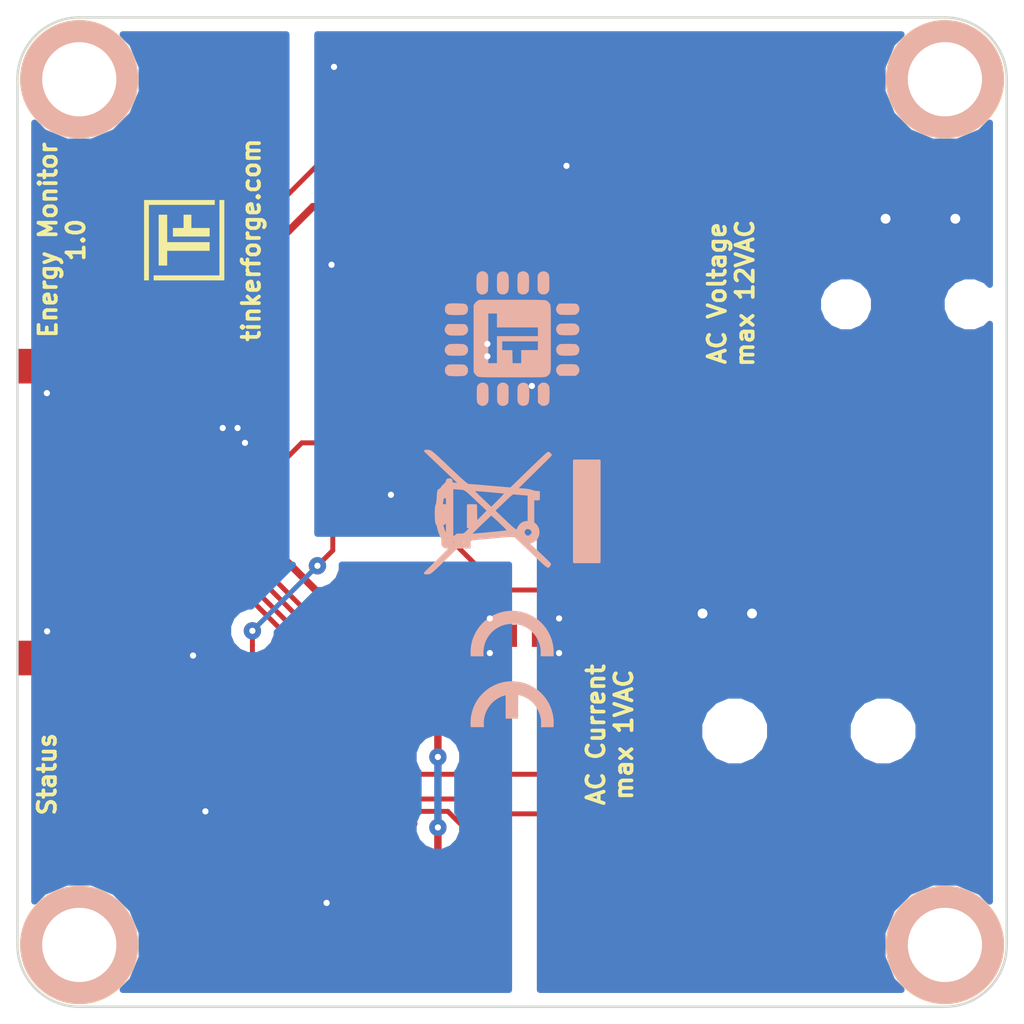
<source format=kicad_pcb>
(kicad_pcb (version 20171130) (host pcbnew 5.0.2-bee76a0~70~ubuntu18.04.1)

  (general
    (thickness 1.6)
    (drawings 13)
    (tracks 245)
    (zones 0)
    (modules 40)
    (nets 40)
  )

  (page A4)
  (title_block
    (title "Energy Monitor 1.0 Bricklet")
    (date 2019-02-12)
    (rev 1.0)
    (company "Tinkerforge GmbH")
    (comment 1 "Licensed under CERN OHL v.1.1")
    (comment 2 "Copyright (©) 2019, T.Schneidermann <tim@tinkerforge.com>")
  )

  (layers
    (0 F.Cu signal)
    (31 B.Cu signal)
    (32 B.Adhes user)
    (33 F.Adhes user)
    (34 B.Paste user)
    (35 F.Paste user)
    (36 B.SilkS user)
    (37 F.SilkS user)
    (38 B.Mask user)
    (39 F.Mask user)
    (40 Dwgs.User user)
    (41 Cmts.User user)
    (42 Eco1.User user)
    (43 Eco2.User user)
    (44 Edge.Cuts user)
    (45 Margin user)
    (46 B.CrtYd user)
    (47 F.CrtYd user)
    (48 B.Fab user)
    (49 F.Fab user)
  )

  (setup
    (last_trace_width 0.25)
    (user_trace_width 0.2)
    (user_trace_width 0.3)
    (user_trace_width 0.35)
    (user_trace_width 0.4)
    (user_trace_width 0.5)
    (trace_clearance 0.149)
    (zone_clearance 0.508)
    (zone_45_only no)
    (trace_min 0.2)
    (segment_width 0.2)
    (edge_width 0.1)
    (via_size 0.8)
    (via_drill 0.4)
    (via_min_size 0.4)
    (via_min_drill 0.25)
    (user_via 0.7 0.25)
    (user_via 0.8 0.55)
    (uvia_size 0.3)
    (uvia_drill 0.1)
    (uvias_allowed no)
    (uvia_min_size 0.2)
    (uvia_min_drill 0.1)
    (pcb_text_width 0.3)
    (pcb_text_size 1.5 1.5)
    (mod_edge_width 0.15)
    (mod_text_size 1 1)
    (mod_text_width 0.15)
    (pad_size 1.5 1.5)
    (pad_drill 0.6)
    (pad_to_mask_clearance 0)
    (solder_mask_min_width 0.25)
    (aux_axis_origin 140 65)
    (grid_origin 140 65)
    (visible_elements FFFFFF7F)
    (pcbplotparams
      (layerselection 0x010fc_ffffffff)
      (usegerberextensions true)
      (usegerberattributes true)
      (usegerberadvancedattributes false)
      (creategerberjobfile false)
      (excludeedgelayer true)
      (linewidth 0.100000)
      (plotframeref false)
      (viasonmask false)
      (mode 1)
      (useauxorigin false)
      (hpglpennumber 1)
      (hpglpenspeed 20)
      (hpglpendiameter 15.000000)
      (psnegative false)
      (psa4output false)
      (plotreference true)
      (plotvalue true)
      (plotinvisibletext false)
      (padsonsilk false)
      (subtractmaskfromsilk false)
      (outputformat 1)
      (mirror false)
      (drillshape 0)
      (scaleselection 1)
      (outputdirectory "proto/"))
  )

  (net 0 "")
  (net 1 3V3)
  (net 2 GND)
  (net 3 AGND)
  (net 4 AnalogA)
  (net 5 AnalogV)
  (net 6 "Net-(C5-Pad1)")
  (net 7 "Net-(D3-Pad2)")
  (net 8 "Net-(P1-Pad4)")
  (net 9 "Net-(P1-Pad5)")
  (net 10 "Net-(P1-Pad6)")
  (net 11 "Net-(P3-Pad2)")
  (net 12 "Net-(P4-Pad1)")
  (net 13 "Net-(R1-Pad2)")
  (net 14 "Net-(R3-Pad2)")
  (net 15 "Net-(R4-Pad1)")
  (net 16 "Net-(R7-Pad1)")
  (net 17 "Net-(R8-Pad1)")
  (net 18 S-MISO)
  (net 19 S-MOSI)
  (net 20 S-CLK)
  (net 21 S-CS)
  (net 22 "Net-(R5-Pad2)")
  (net 23 "Net-(R11-Pad2)")
  (net 24 "Net-(R10-Pad1)")
  (net 25 "Net-(R11-Pad1)")
  (net 26 PlugA)
  (net 27 PlugV)
  (net 28 +5V)
  (net 29 "Net-(U1-Pad6)")
  (net 30 "Net-(U1-Pad8)")
  (net 31 "Net-(U1-Pad11)")
  (net 32 "Net-(U1-Pad12)")
  (net 33 "Net-(U1-Pad13)")
  (net 34 "Net-(U1-Pad14)")
  (net 35 "Net-(U1-Pad17)")
  (net 36 "Net-(U1-Pad19)")
  (net 37 "Net-(U1-Pad20)")
  (net 38 "Net-(U1-Pad21)")
  (net 39 "Net-(U1-Pad3)")

  (net_class Default "Dies ist die voreingestellte Netzklasse."
    (clearance 0.149)
    (trace_width 0.25)
    (via_dia 0.8)
    (via_drill 0.4)
    (uvia_dia 0.3)
    (uvia_drill 0.1)
    (add_net +5V)
    (add_net 3V3)
    (add_net AGND)
    (add_net AnalogA)
    (add_net AnalogV)
    (add_net GND)
    (add_net "Net-(C5-Pad1)")
    (add_net "Net-(D3-Pad2)")
    (add_net "Net-(P1-Pad4)")
    (add_net "Net-(P1-Pad5)")
    (add_net "Net-(P1-Pad6)")
    (add_net "Net-(P3-Pad2)")
    (add_net "Net-(P4-Pad1)")
    (add_net "Net-(R1-Pad2)")
    (add_net "Net-(R10-Pad1)")
    (add_net "Net-(R11-Pad1)")
    (add_net "Net-(R11-Pad2)")
    (add_net "Net-(R3-Pad2)")
    (add_net "Net-(R4-Pad1)")
    (add_net "Net-(R5-Pad2)")
    (add_net "Net-(R7-Pad1)")
    (add_net "Net-(R8-Pad1)")
    (add_net "Net-(U1-Pad11)")
    (add_net "Net-(U1-Pad12)")
    (add_net "Net-(U1-Pad13)")
    (add_net "Net-(U1-Pad14)")
    (add_net "Net-(U1-Pad17)")
    (add_net "Net-(U1-Pad19)")
    (add_net "Net-(U1-Pad20)")
    (add_net "Net-(U1-Pad21)")
    (add_net "Net-(U1-Pad3)")
    (add_net "Net-(U1-Pad6)")
    (add_net "Net-(U1-Pad8)")
    (add_net PlugA)
    (add_net PlugV)
    (add_net S-CLK)
    (add_net S-CS)
    (add_net S-MISO)
    (add_net S-MOSI)
  )

  (module kicad-libraries:DC-033 (layer F.Cu) (tedit 5CC705D6) (tstamp 5CC70F43)
    (at 180 76.6 180)
    (path /5C6543F0)
    (fp_text reference U8 (at 5 1.6 180) (layer F.Fab)
      (effects (font (size 1 1) (thickness 0.15)))
    )
    (fp_text value barrel-plug (at 5 -2.2 180) (layer F.Fab)
      (effects (font (size 1 1) (thickness 0.15)))
    )
    (fp_line (start 9.3 4) (end 9.3 -4) (layer F.Fab) (width 0.11))
    (fp_line (start 0 -4) (end 9.3 -4) (layer F.Fab) (width 0.11))
    (fp_line (start 0 4) (end 9.3 4) (layer F.Fab) (width 0.11))
    (fp_line (start 0 -4) (end 0 4) (layer F.Fab) (width 0.11))
    (pad 3 smd rect (at 8.2 4.3 180) (size 2.2 3) (layers F.Cu F.Paste F.Mask)
      (net 27 PlugV))
    (pad 2 smd rect (at 3.5 4.3 180) (size 2 3) (layers F.Cu F.Paste F.Mask)
      (net 3 AGND))
    (pad 1 smd rect (at 8.5 -4.5 180) (size 2 1.8) (layers F.Cu F.Paste F.Mask)
      (net 25 "Net-(R11-Pad1)"))
    (pad 1 smd rect (at 4 -4.5 180) (size 2 1.8) (layers F.Cu F.Paste F.Mask)
      (net 25 "Net-(R11-Pad1)"))
    (pad "" np_thru_hole circle (at 6.5 0 180) (size 1 1) (drill 1) (layers *.Cu *.Mask))
    (pad "" np_thru_hole circle (at 1.5 0 180) (size 1 1) (drill 1) (layers *.Cu *.Mask))
  )

  (module kicad-libraries:C0805 (layer F.Cu) (tedit 58F5DFFC) (tstamp 5C6327B4)
    (at 147 83.1 90)
    (path /50065789)
    (attr smd)
    (fp_text reference C1 (at 0 0.3 90) (layer F.Fab)
      (effects (font (size 0.2 0.2) (thickness 0.05)))
    )
    (fp_text value 10uF (at 0 -0.2 90) (layer F.Fab)
      (effects (font (size 0.2 0.2) (thickness 0.05)))
    )
    (fp_line (start -1.651 -0.8001) (end -1.651 0.8001) (layer F.Fab) (width 0.001))
    (fp_line (start -1.651 0.8001) (end 1.651 0.8001) (layer F.Fab) (width 0.001))
    (fp_line (start 1.651 0.8001) (end 1.651 -0.8001) (layer F.Fab) (width 0.001))
    (fp_line (start 1.651 -0.8001) (end -1.651 -0.8001) (layer F.Fab) (width 0.001))
    (pad 1 smd rect (at -1.00076 0 90) (size 1.00076 1.24968) (layers F.Cu F.Paste F.Mask)
      (net 1 3V3) (clearance 0.14986))
    (pad 2 smd rect (at 1.00076 0 90) (size 1.00076 1.24968) (layers F.Cu F.Paste F.Mask)
      (net 2 GND) (clearance 0.14986))
    (model Capacitors_SMD/C_0805.wrl
      (at (xyz 0 0 0))
      (scale (xyz 1 1 1))
      (rotate (xyz 0 0 0))
    )
  )

  (module kicad-libraries:C0603F (layer F.Cu) (tedit 58F5DD02) (tstamp 5C6327BE)
    (at 152.7 73.4 90)
    (path /53281CCC)
    (attr smd)
    (fp_text reference C2 (at 0.05 0.225 90) (layer F.Fab)
      (effects (font (size 0.2 0.2) (thickness 0.05)))
    )
    (fp_text value 100nF (at 0.05 -0.375 90) (layer F.Fab)
      (effects (font (size 0.2 0.2) (thickness 0.05)))
    )
    (fp_line (start -1.45034 -0.65024) (end 1.45034 -0.65024) (layer F.Fab) (width 0.001))
    (fp_line (start 1.45034 -0.65024) (end 1.45034 0.65024) (layer F.Fab) (width 0.001))
    (fp_line (start 1.45034 0.65024) (end -1.45034 0.65024) (layer F.Fab) (width 0.001))
    (fp_line (start -1.45034 0.65024) (end -1.45034 -0.65024) (layer F.Fab) (width 0.001))
    (pad 1 smd rect (at -0.75 0 90) (size 0.9 0.9) (layers F.Cu F.Paste F.Mask)
      (net 3 AGND))
    (pad 2 smd rect (at 0.75 0 90) (size 0.9 0.9) (layers F.Cu F.Paste F.Mask)
      (net 1 3V3))
    (model Capacitors_SMD/C_0603.wrl
      (at (xyz 0 0 0))
      (scale (xyz 1 1 1))
      (rotate (xyz 0 0 0))
    )
  )

  (module kicad-libraries:C0603F (layer F.Cu) (tedit 58F5DD02) (tstamp 5C6327C8)
    (at 153.5 84.3 180)
    (path /53277BDE)
    (attr smd)
    (fp_text reference C3 (at 0.05 0.225 180) (layer F.Fab)
      (effects (font (size 0.2 0.2) (thickness 0.05)))
    )
    (fp_text value 180pF (at 0.05 -0.375 180) (layer F.Fab)
      (effects (font (size 0.2 0.2) (thickness 0.05)))
    )
    (fp_line (start -1.45034 0.65024) (end -1.45034 -0.65024) (layer F.Fab) (width 0.001))
    (fp_line (start 1.45034 0.65024) (end -1.45034 0.65024) (layer F.Fab) (width 0.001))
    (fp_line (start 1.45034 -0.65024) (end 1.45034 0.65024) (layer F.Fab) (width 0.001))
    (fp_line (start -1.45034 -0.65024) (end 1.45034 -0.65024) (layer F.Fab) (width 0.001))
    (pad 2 smd rect (at 0.75 0 180) (size 0.9 0.9) (layers F.Cu F.Paste F.Mask)
      (net 4 AnalogA))
    (pad 1 smd rect (at -0.75 0 180) (size 0.9 0.9) (layers F.Cu F.Paste F.Mask)
      (net 3 AGND))
    (model Capacitors_SMD/C_0603.wrl
      (at (xyz 0 0 0))
      (scale (xyz 1 1 1))
      (rotate (xyz 0 0 0))
    )
  )

  (module kicad-libraries:C0603F (layer F.Cu) (tedit 58F5DD02) (tstamp 5C6327D2)
    (at 152.8 68.6 90)
    (path /5C66EC12)
    (attr smd)
    (fp_text reference C4 (at 0.05 0.225 90) (layer F.Fab)
      (effects (font (size 0.2 0.2) (thickness 0.05)))
    )
    (fp_text value 180pF (at 0.05 -0.375 90) (layer F.Fab)
      (effects (font (size 0.2 0.2) (thickness 0.05)))
    )
    (fp_line (start -1.45034 -0.65024) (end 1.45034 -0.65024) (layer F.Fab) (width 0.001))
    (fp_line (start 1.45034 -0.65024) (end 1.45034 0.65024) (layer F.Fab) (width 0.001))
    (fp_line (start 1.45034 0.65024) (end -1.45034 0.65024) (layer F.Fab) (width 0.001))
    (fp_line (start -1.45034 0.65024) (end -1.45034 -0.65024) (layer F.Fab) (width 0.001))
    (pad 1 smd rect (at -0.75 0 90) (size 0.9 0.9) (layers F.Cu F.Paste F.Mask)
      (net 5 AnalogV))
    (pad 2 smd rect (at 0.75 0 90) (size 0.9 0.9) (layers F.Cu F.Paste F.Mask)
      (net 3 AGND))
    (model Capacitors_SMD/C_0603.wrl
      (at (xyz 0 0 0))
      (scale (xyz 1 1 1))
      (rotate (xyz 0 0 0))
    )
  )

  (module kicad-libraries:C0402F (layer F.Cu) (tedit 5A0C5AF6) (tstamp 5C6327DC)
    (at 147.1 89.6 270)
    (path /59BB00C2)
    (fp_text reference C5 (at 0 0.2 270) (layer F.Fab)
      (effects (font (size 0.2 0.2) (thickness 0.05)))
    )
    (fp_text value 220pF (at 0 -0.15 90) (layer F.Fab)
      (effects (font (size 0.2 0.2) (thickness 0.05)))
    )
    (fp_line (start -0.9 -0.45) (end 0.9 -0.45) (layer F.Fab) (width 0.025))
    (fp_line (start 0.9 -0.45) (end 0.9 0.45) (layer F.Fab) (width 0.025))
    (fp_line (start 0.9 0.45) (end -0.9 0.45) (layer F.Fab) (width 0.025))
    (fp_line (start -0.9 0.45) (end -0.9 -0.45) (layer F.Fab) (width 0.025))
    (pad 2 smd rect (at 0.5 0 270) (size 0.6 0.7) (layers F.Cu F.Paste F.Mask)
      (net 2 GND))
    (pad 1 smd rect (at -0.5 0 270) (size 0.6 0.7) (layers F.Cu F.Paste F.Mask)
      (net 6 "Net-(C5-Pad1)"))
    (model Capacitors_SMD/C_0402.wrl
      (at (xyz 0 0 0))
      (scale (xyz 1 1 1))
      (rotate (xyz 0 0 0))
    )
  )

  (module kicad-libraries:C0603F (layer F.Cu) (tedit 58F5DD02) (tstamp 5C6327E6)
    (at 148.5 83.1 90)
    (path /59BAC9E6)
    (attr smd)
    (fp_text reference C6 (at 0.05 0.225 90) (layer F.Fab)
      (effects (font (size 0.2 0.2) (thickness 0.05)))
    )
    (fp_text value 1uF (at 0.05 -0.375 90) (layer F.Fab)
      (effects (font (size 0.2 0.2) (thickness 0.05)))
    )
    (fp_line (start -1.45034 0.65024) (end -1.45034 -0.65024) (layer F.Fab) (width 0.001))
    (fp_line (start 1.45034 0.65024) (end -1.45034 0.65024) (layer F.Fab) (width 0.001))
    (fp_line (start 1.45034 -0.65024) (end 1.45034 0.65024) (layer F.Fab) (width 0.001))
    (fp_line (start -1.45034 -0.65024) (end 1.45034 -0.65024) (layer F.Fab) (width 0.001))
    (pad 2 smd rect (at 0.75 0 90) (size 0.9 0.9) (layers F.Cu F.Paste F.Mask)
      (net 2 GND))
    (pad 1 smd rect (at -0.75 0 90) (size 0.9 0.9) (layers F.Cu F.Paste F.Mask)
      (net 1 3V3))
    (model Capacitors_SMD/C_0603.wrl
      (at (xyz 0 0 0))
      (scale (xyz 1 1 1))
      (rotate (xyz 0 0 0))
    )
  )

  (module kicad-libraries:C0603F (layer F.Cu) (tedit 58F5DD02) (tstamp 5C6327F0)
    (at 154.1 100.8)
    (path /59BB2BE9)
    (attr smd)
    (fp_text reference C7 (at 0.05 0.225) (layer F.Fab)
      (effects (font (size 0.2 0.2) (thickness 0.05)))
    )
    (fp_text value 100nF (at 0.05 -0.375) (layer F.Fab)
      (effects (font (size 0.2 0.2) (thickness 0.05)))
    )
    (fp_line (start -1.45034 -0.65024) (end 1.45034 -0.65024) (layer F.Fab) (width 0.001))
    (fp_line (start 1.45034 -0.65024) (end 1.45034 0.65024) (layer F.Fab) (width 0.001))
    (fp_line (start 1.45034 0.65024) (end -1.45034 0.65024) (layer F.Fab) (width 0.001))
    (fp_line (start -1.45034 0.65024) (end -1.45034 -0.65024) (layer F.Fab) (width 0.001))
    (pad 1 smd rect (at -0.75 0) (size 0.9 0.9) (layers F.Cu F.Paste F.Mask)
      (net 2 GND))
    (pad 2 smd rect (at 0.75 0) (size 0.9 0.9) (layers F.Cu F.Paste F.Mask)
      (net 1 3V3))
    (model Capacitors_SMD/C_0603.wrl
      (at (xyz 0 0 0))
      (scale (xyz 1 1 1))
      (rotate (xyz 0 0 0))
    )
  )

  (module kicad-libraries:D0603F (layer F.Cu) (tedit 5910237C) (tstamp 5C632801)
    (at 142.65 95.6 90)
    (path /59BB8363)
    (attr smd)
    (fp_text reference D3 (at -0.775 0.45 90) (layer F.Fab)
      (effects (font (size 0.2 0.2) (thickness 0.05)))
    )
    (fp_text value blue (at 0.75 0.45 90) (layer F.Fab)
      (effects (font (size 0.2 0.2) (thickness 0.05)))
    )
    (fp_line (start -0.75 -0.3) (end -0.75 0.3) (layer F.Fab) (width 0.05))
    (fp_line (start -1.05 0) (end -0.45 0) (layer F.Fab) (width 0.05))
    (fp_line (start 0.45 0) (end 1.05 0) (layer F.Fab) (width 0.05))
    (fp_line (start 0 -0.3) (end 0 0.3) (layer F.Fab) (width 0.05))
    (fp_line (start -0.3 -0.3) (end -0.3 0.3) (layer F.Fab) (width 0.05))
    (fp_line (start -0.3 0.3) (end 0 0) (layer F.Fab) (width 0.05))
    (fp_line (start 0 0) (end -0.3 -0.3) (layer F.Fab) (width 0.05))
    (fp_line (start -1.45034 -0.65024) (end 1.45034 -0.65024) (layer F.Fab) (width 0.001))
    (fp_line (start 1.45034 -0.65024) (end 1.45034 0.65024) (layer F.Fab) (width 0.001))
    (fp_line (start 1.45034 0.65024) (end -1.45034 0.65024) (layer F.Fab) (width 0.001))
    (fp_line (start -1.45034 0.65024) (end -1.45034 -0.65024) (layer F.Fab) (width 0.001))
    (pad 1 smd rect (at -0.75 0 90) (size 0.9 0.9) (layers F.Cu F.Paste F.Mask)
      (net 1 3V3))
    (pad 2 smd rect (at 0.75 0 90) (size 0.9 0.9) (layers F.Cu F.Paste F.Mask)
      (net 7 "Net-(D3-Pad2)"))
    (model LED_SMD/D_0603_blue.wrl
      (at (xyz 0 0 0))
      (scale (xyz 1 1 1))
      (rotate (xyz -90 0 0))
    )
  )

  (module kicad-libraries:CON-SENSOR2 (layer F.Cu) (tedit 59030BED) (tstamp 5C632814)
    (at 140 85 270)
    (path /59BABD59)
    (fp_text reference P1 (at 0 -2.85 270) (layer F.Fab)
      (effects (font (size 0.3 0.3) (thickness 0.075)))
    )
    (fp_text value CON-SENSOR2 (at 0 -1.6002 270) (layer F.Fab)
      (effects (font (size 0.29972 0.29972) (thickness 0.07112)))
    )
    (fp_line (start -5 -0.25) (end -4.75 -0.75) (layer F.Fab) (width 0.05))
    (fp_line (start -4.75 -0.75) (end -4.5 -0.25) (layer F.Fab) (width 0.05))
    (fp_line (start -6 -0.25) (end 6 -0.25) (layer F.Fab) (width 0.05))
    (fp_line (start 6 -0.25) (end 6 -4.3) (layer F.Fab) (width 0.05))
    (fp_line (start 6 -4.3) (end -6 -4.3) (layer F.Fab) (width 0.05))
    (fp_line (start -6 -4.3) (end -6 -0.25) (layer F.Fab) (width 0.05))
    (pad 1 smd rect (at -3.75 -4.6 270) (size 0.6 1.8) (layers F.Cu F.Paste F.Mask)
      (net 28 +5V))
    (pad 2 smd rect (at -2.5 -4.6 270) (size 0.6 1.8) (layers F.Cu F.Paste F.Mask)
      (net 2 GND))
    (pad EP smd rect (at -5.9 -1.2 270) (size 1.4 2.4) (layers F.Cu F.Paste F.Mask)
      (net 2 GND))
    (pad EP smd rect (at 5.9 -1.2 270) (size 1.4 2.4) (layers F.Cu F.Paste F.Mask)
      (net 2 GND))
    (pad 3 smd rect (at -1.25 -4.6 270) (size 0.6 1.8) (layers F.Cu F.Paste F.Mask)
      (net 1 3V3))
    (pad 4 smd rect (at 0 -4.6 270) (size 0.6 1.8) (layers F.Cu F.Paste F.Mask)
      (net 8 "Net-(P1-Pad4)"))
    (pad 5 smd rect (at 1.25 -4.6 270) (size 0.6 1.8) (layers F.Cu F.Paste F.Mask)
      (net 9 "Net-(P1-Pad5)"))
    (pad 6 smd rect (at 2.5 -4.6 270) (size 0.6 1.8) (layers F.Cu F.Paste F.Mask)
      (net 10 "Net-(P1-Pad6)"))
    (pad 7 smd rect (at 3.75 -4.6 270) (size 0.6 1.8) (layers F.Cu F.Paste F.Mask)
      (net 6 "Net-(C5-Pad1)"))
    (model Connectors_TF/BrickletConn_7pin.wrl
      (offset (xyz 0 2.539999961853027 0))
      (scale (xyz 1 1 1))
      (rotate (xyz 0 0 0))
    )
  )

  (module kicad-libraries:SolderJumper (layer F.Cu) (tedit 590B2DE4) (tstamp 5C63281D)
    (at 148.55 97.1)
    (path /59BB76E5)
    (fp_text reference P3 (at 0 0.35) (layer F.Fab)
      (effects (font (size 0.3 0.3) (thickness 0.0712)))
    )
    (fp_text value BOOT (at 0 -0.35) (layer F.Fab)
      (effects (font (size 0.3 0.3) (thickness 0.0712)))
    )
    (pad 2 smd rect (at 0.55 0) (size 0.3 1.4) (layers F.Cu F.Mask)
      (net 11 "Net-(P3-Pad2)"))
    (pad 2 smd rect (at 0.15 0) (size 0.6 0.5) (layers F.Cu F.Mask)
      (net 11 "Net-(P3-Pad2)"))
    (pad 1 smd rect (at -0.5 0) (size 0.4 1.4) (layers F.Cu F.Mask)
      (net 2 GND))
    (pad 1 smd rect (at -0.225 0.55) (size 0.95 0.3) (layers F.Cu F.Mask)
      (net 2 GND))
    (pad 1 smd rect (at -0.225 -0.55) (size 0.95 0.3) (layers F.Cu F.Mask)
      (net 2 GND))
  )

  (module kicad-libraries:DEBUG_PAD (layer F.Cu) (tedit 590B3FBE) (tstamp 5C632822)
    (at 159.2 98.9)
    (path /59BB726D)
    (fp_text reference P4 (at 0 0.175) (layer F.Fab)
      (effects (font (size 0.15 0.15) (thickness 0.0375)))
    )
    (fp_text value DEBUG (at 0 -0.15) (layer F.Fab)
      (effects (font (size 0.15 0.15) (thickness 0.0375)))
    )
    (pad 1 smd circle (at 0 0) (size 0.7 0.7) (layers F.Cu F.Paste F.Mask)
      (net 12 "Net-(P4-Pad1)"))
  )

  (module kicad-libraries:R0603F (layer F.Cu) (tedit 58F5DD02) (tstamp 5C63282C)
    (at 152.7 82.2 90)
    (path /53277BD8)
    (attr smd)
    (fp_text reference R1 (at 0.05 0.225 90) (layer F.Fab)
      (effects (font (size 0.2 0.2) (thickness 0.05)))
    )
    (fp_text value 68.1 (at 0.05 -0.375 90) (layer F.Fab)
      (effects (font (size 0.2 0.2) (thickness 0.05)))
    )
    (fp_line (start -1.45034 0.65024) (end -1.45034 -0.65024) (layer F.Fab) (width 0.001))
    (fp_line (start 1.45034 0.65024) (end -1.45034 0.65024) (layer F.Fab) (width 0.001))
    (fp_line (start 1.45034 -0.65024) (end 1.45034 0.65024) (layer F.Fab) (width 0.001))
    (fp_line (start -1.45034 -0.65024) (end 1.45034 -0.65024) (layer F.Fab) (width 0.001))
    (pad 2 smd rect (at 0.75 0 90) (size 0.9 0.9) (layers F.Cu F.Paste F.Mask)
      (net 13 "Net-(R1-Pad2)"))
    (pad 1 smd rect (at -0.75 0 90) (size 0.9 0.9) (layers F.Cu F.Paste F.Mask)
      (net 4 AnalogA))
    (model Resistors_SMD/R_0603.wrl
      (at (xyz 0 0 0))
      (scale (xyz 1 1 1))
      (rotate (xyz 0 0 0))
    )
  )

  (module kicad-libraries:R0603F (layer F.Cu) (tedit 58F5DD02) (tstamp 5C632836)
    (at 160.5 90)
    (path /54298D92)
    (attr smd)
    (fp_text reference R2 (at 0.05 0.225) (layer F.Fab)
      (effects (font (size 0.2 0.2) (thickness 0.05)))
    )
    (fp_text value 0 (at 0.05 -0.375) (layer F.Fab)
      (effects (font (size 0.2 0.2) (thickness 0.05)))
    )
    (fp_line (start -1.45034 -0.65024) (end 1.45034 -0.65024) (layer F.Fab) (width 0.001))
    (fp_line (start 1.45034 -0.65024) (end 1.45034 0.65024) (layer F.Fab) (width 0.001))
    (fp_line (start 1.45034 0.65024) (end -1.45034 0.65024) (layer F.Fab) (width 0.001))
    (fp_line (start -1.45034 0.65024) (end -1.45034 -0.65024) (layer F.Fab) (width 0.001))
    (pad 1 smd rect (at -0.75 0) (size 0.9 0.9) (layers F.Cu F.Paste F.Mask)
      (net 2 GND))
    (pad 2 smd rect (at 0.75 0) (size 0.9 0.9) (layers F.Cu F.Paste F.Mask)
      (net 3 AGND))
    (model Resistors_SMD/R_0603.wrl
      (at (xyz 0 0 0))
      (scale (xyz 1 1 1))
      (rotate (xyz 0 0 0))
    )
  )

  (module kicad-libraries:R0603F (layer F.Cu) (tedit 58F5DD02) (tstamp 5C632840)
    (at 154.5 80.7 270)
    (path /53276077)
    (attr smd)
    (fp_text reference R3 (at 0.05 0.225 270) (layer F.Fab)
      (effects (font (size 0.2 0.2) (thickness 0.05)))
    )
    (fp_text value 91k (at 0.05 -0.375 270) (layer F.Fab)
      (effects (font (size 0.2 0.2) (thickness 0.05)))
    )
    (fp_line (start -1.45034 -0.65024) (end 1.45034 -0.65024) (layer F.Fab) (width 0.001))
    (fp_line (start 1.45034 -0.65024) (end 1.45034 0.65024) (layer F.Fab) (width 0.001))
    (fp_line (start 1.45034 0.65024) (end -1.45034 0.65024) (layer F.Fab) (width 0.001))
    (fp_line (start -1.45034 0.65024) (end -1.45034 -0.65024) (layer F.Fab) (width 0.001))
    (pad 1 smd rect (at -0.75 0 270) (size 0.9 0.9) (layers F.Cu F.Paste F.Mask)
      (net 13 "Net-(R1-Pad2)"))
    (pad 2 smd rect (at 0.75 0 270) (size 0.9 0.9) (layers F.Cu F.Paste F.Mask)
      (net 14 "Net-(R3-Pad2)"))
    (model Resistors_SMD/R_0603.wrl
      (at (xyz 0 0 0))
      (scale (xyz 1 1 1))
      (rotate (xyz 0 0 0))
    )
  )

  (module kicad-libraries:R0603F (layer F.Cu) (tedit 58F5DD02) (tstamp 5C63284A)
    (at 159.25 79.9)
    (path /54E77C9C)
    (attr smd)
    (fp_text reference R4 (at 0.05 0.225) (layer F.Fab)
      (effects (font (size 0.2 0.2) (thickness 0.05)))
    )
    (fp_text value 9,1k (at 0.05 -0.375) (layer F.Fab)
      (effects (font (size 0.2 0.2) (thickness 0.05)))
    )
    (fp_line (start -1.45034 0.65024) (end -1.45034 -0.65024) (layer F.Fab) (width 0.001))
    (fp_line (start 1.45034 0.65024) (end -1.45034 0.65024) (layer F.Fab) (width 0.001))
    (fp_line (start 1.45034 -0.65024) (end 1.45034 0.65024) (layer F.Fab) (width 0.001))
    (fp_line (start -1.45034 -0.65024) (end 1.45034 -0.65024) (layer F.Fab) (width 0.001))
    (pad 2 smd rect (at 0.75 0) (size 0.9 0.9) (layers F.Cu F.Paste F.Mask)
      (net 3 AGND))
    (pad 1 smd rect (at -0.75 0) (size 0.9 0.9) (layers F.Cu F.Paste F.Mask)
      (net 15 "Net-(R4-Pad1)"))
    (model Resistors_SMD/R_0603.wrl
      (at (xyz 0 0 0))
      (scale (xyz 1 1 1))
      (rotate (xyz 0 0 0))
    )
  )

  (module kicad-libraries:R0603F (layer F.Cu) (tedit 58F5DD02) (tstamp 5C632854)
    (at 155.8 82.2 270)
    (path /5327606B)
    (attr smd)
    (fp_text reference R5 (at 0.05 0.225 270) (layer F.Fab)
      (effects (font (size 0.2 0.2) (thickness 0.05)))
    )
    (fp_text value 68k (at 0.05 -0.375 270) (layer F.Fab)
      (effects (font (size 0.2 0.2) (thickness 0.05)))
    )
    (fp_line (start -1.45034 0.65024) (end -1.45034 -0.65024) (layer F.Fab) (width 0.001))
    (fp_line (start 1.45034 0.65024) (end -1.45034 0.65024) (layer F.Fab) (width 0.001))
    (fp_line (start 1.45034 -0.65024) (end 1.45034 0.65024) (layer F.Fab) (width 0.001))
    (fp_line (start -1.45034 -0.65024) (end 1.45034 -0.65024) (layer F.Fab) (width 0.001))
    (pad 2 smd rect (at 0.75 0 270) (size 0.9 0.9) (layers F.Cu F.Paste F.Mask)
      (net 22 "Net-(R5-Pad2)"))
    (pad 1 smd rect (at -0.75 0 270) (size 0.9 0.9) (layers F.Cu F.Paste F.Mask)
      (net 14 "Net-(R3-Pad2)"))
    (model Resistors_SMD/R_0603.wrl
      (at (xyz 0 0 0))
      (scale (xyz 1 1 1))
      (rotate (xyz 0 0 0))
    )
  )

  (module kicad-libraries:R0603F (layer F.Cu) (tedit 58F5DD02) (tstamp 5C63285E)
    (at 157.1 80.7 270)
    (path /53276065)
    (attr smd)
    (fp_text reference R6 (at 0.05 0.225 270) (layer F.Fab)
      (effects (font (size 0.2 0.2) (thickness 0.05)))
    )
    (fp_text value 33k (at 0.05 -0.375 270) (layer F.Fab)
      (effects (font (size 0.2 0.2) (thickness 0.05)))
    )
    (fp_line (start -1.45034 -0.65024) (end 1.45034 -0.65024) (layer F.Fab) (width 0.001))
    (fp_line (start 1.45034 -0.65024) (end 1.45034 0.65024) (layer F.Fab) (width 0.001))
    (fp_line (start 1.45034 0.65024) (end -1.45034 0.65024) (layer F.Fab) (width 0.001))
    (fp_line (start -1.45034 0.65024) (end -1.45034 -0.65024) (layer F.Fab) (width 0.001))
    (pad 1 smd rect (at -0.75 0 270) (size 0.9 0.9) (layers F.Cu F.Paste F.Mask)
      (net 15 "Net-(R4-Pad1)"))
    (pad 2 smd rect (at 0.75 0 270) (size 0.9 0.9) (layers F.Cu F.Paste F.Mask)
      (net 1 3V3))
    (model Resistors_SMD/R_0603.wrl
      (at (xyz 0 0 0))
      (scale (xyz 1 1 1))
      (rotate (xyz 0 0 0))
    )
  )

  (module kicad-libraries:R0603F (layer F.Cu) (tedit 58F5DD02) (tstamp 5C632868)
    (at 154.9 69.4 180)
    (path /5C664B37)
    (attr smd)
    (fp_text reference R7 (at 0.05 0.225 180) (layer F.Fab)
      (effects (font (size 0.2 0.2) (thickness 0.05)))
    )
    (fp_text value 68,1 (at 0.05 -0.375 180) (layer F.Fab)
      (effects (font (size 0.2 0.2) (thickness 0.05)))
    )
    (fp_line (start -1.45034 -0.65024) (end 1.45034 -0.65024) (layer F.Fab) (width 0.001))
    (fp_line (start 1.45034 -0.65024) (end 1.45034 0.65024) (layer F.Fab) (width 0.001))
    (fp_line (start 1.45034 0.65024) (end -1.45034 0.65024) (layer F.Fab) (width 0.001))
    (fp_line (start -1.45034 0.65024) (end -1.45034 -0.65024) (layer F.Fab) (width 0.001))
    (pad 1 smd rect (at -0.75 0 180) (size 0.9 0.9) (layers F.Cu F.Paste F.Mask)
      (net 16 "Net-(R7-Pad1)"))
    (pad 2 smd rect (at 0.75 0 180) (size 0.9 0.9) (layers F.Cu F.Paste F.Mask)
      (net 5 AnalogV))
    (model Resistors_SMD/R_0603.wrl
      (at (xyz 0 0 0))
      (scale (xyz 1 1 1))
      (rotate (xyz 0 0 0))
    )
  )

  (module kicad-libraries:R0603F (layer F.Cu) (tedit 58F5DD02) (tstamp 5C632872)
    (at 144.05 95.6 90)
    (path /59BB8205)
    (attr smd)
    (fp_text reference R8 (at 0.05 0.225 90) (layer F.Fab)
      (effects (font (size 0.2 0.2) (thickness 0.05)))
    )
    (fp_text value 1k (at 0.05 -0.375 90) (layer F.Fab)
      (effects (font (size 0.2 0.2) (thickness 0.05)))
    )
    (fp_line (start -1.45034 0.65024) (end -1.45034 -0.65024) (layer F.Fab) (width 0.001))
    (fp_line (start 1.45034 0.65024) (end -1.45034 0.65024) (layer F.Fab) (width 0.001))
    (fp_line (start 1.45034 -0.65024) (end 1.45034 0.65024) (layer F.Fab) (width 0.001))
    (fp_line (start -1.45034 -0.65024) (end 1.45034 -0.65024) (layer F.Fab) (width 0.001))
    (pad 2 smd rect (at 0.75 0 90) (size 0.9 0.9) (layers F.Cu F.Paste F.Mask)
      (net 7 "Net-(D3-Pad2)"))
    (pad 1 smd rect (at -0.75 0 90) (size 0.9 0.9) (layers F.Cu F.Paste F.Mask)
      (net 17 "Net-(R8-Pad1)"))
    (model Resistors_SMD/R_0603.wrl
      (at (xyz 0 0 0))
      (scale (xyz 1 1 1))
      (rotate (xyz 0 0 0))
    )
  )

  (module kicad-libraries:R0603F (layer F.Cu) (tedit 58F5DD02) (tstamp 5C63287C)
    (at 157 70.2 90)
    (path /5C64D151)
    (attr smd)
    (fp_text reference R9 (at 0.05 0.225 90) (layer F.Fab)
      (effects (font (size 0.2 0.2) (thickness 0.05)))
    )
    (fp_text value 5,6k (at 0.05 -0.375 90) (layer F.Fab)
      (effects (font (size 0.2 0.2) (thickness 0.05)))
    )
    (fp_line (start -1.45034 -0.65024) (end 1.45034 -0.65024) (layer F.Fab) (width 0.001))
    (fp_line (start 1.45034 -0.65024) (end 1.45034 0.65024) (layer F.Fab) (width 0.001))
    (fp_line (start 1.45034 0.65024) (end -1.45034 0.65024) (layer F.Fab) (width 0.001))
    (fp_line (start -1.45034 0.65024) (end -1.45034 -0.65024) (layer F.Fab) (width 0.001))
    (pad 1 smd rect (at -0.75 0 90) (size 0.9 0.9) (layers F.Cu F.Paste F.Mask)
      (net 23 "Net-(R11-Pad2)"))
    (pad 2 smd rect (at 0.75 0 90) (size 0.9 0.9) (layers F.Cu F.Paste F.Mask)
      (net 16 "Net-(R7-Pad1)"))
    (model Resistors_SMD/R_0603.wrl
      (at (xyz 0 0 0))
      (scale (xyz 1 1 1))
      (rotate (xyz 0 0 0))
    )
  )

  (module kicad-libraries:R0603F (layer F.Cu) (tedit 58F5DD02) (tstamp 5C632886)
    (at 160.6 71)
    (path /5C64D232)
    (attr smd)
    (fp_text reference R10 (at 0.05 0.225) (layer F.Fab)
      (effects (font (size 0.2 0.2) (thickness 0.05)))
    )
    (fp_text value 9,1k (at 0.05 -0.375) (layer F.Fab)
      (effects (font (size 0.2 0.2) (thickness 0.05)))
    )
    (fp_line (start -1.45034 0.65024) (end -1.45034 -0.65024) (layer F.Fab) (width 0.001))
    (fp_line (start 1.45034 0.65024) (end -1.45034 0.65024) (layer F.Fab) (width 0.001))
    (fp_line (start 1.45034 -0.65024) (end 1.45034 0.65024) (layer F.Fab) (width 0.001))
    (fp_line (start -1.45034 -0.65024) (end 1.45034 -0.65024) (layer F.Fab) (width 0.001))
    (pad 2 smd rect (at 0.75 0) (size 0.9 0.9) (layers F.Cu F.Paste F.Mask)
      (net 3 AGND))
    (pad 1 smd rect (at -0.75 0) (size 0.9 0.9) (layers F.Cu F.Paste F.Mask)
      (net 24 "Net-(R10-Pad1)"))
    (model Resistors_SMD/R_0603.wrl
      (at (xyz 0 0 0))
      (scale (xyz 1 1 1))
      (rotate (xyz 0 0 0))
    )
  )

  (module kicad-libraries:R0603F (layer F.Cu) (tedit 58F5DD02) (tstamp 5C632890)
    (at 160.6 74.4 180)
    (path /5C64D4AA)
    (attr smd)
    (fp_text reference R11 (at 0.05 0.225 180) (layer F.Fab)
      (effects (font (size 0.2 0.2) (thickness 0.05)))
    )
    (fp_text value 75k (at 0.05 -0.375 180) (layer F.Fab)
      (effects (font (size 0.2 0.2) (thickness 0.05)))
    )
    (fp_line (start -1.45034 0.65024) (end -1.45034 -0.65024) (layer F.Fab) (width 0.001))
    (fp_line (start 1.45034 0.65024) (end -1.45034 0.65024) (layer F.Fab) (width 0.001))
    (fp_line (start 1.45034 -0.65024) (end 1.45034 0.65024) (layer F.Fab) (width 0.001))
    (fp_line (start -1.45034 -0.65024) (end 1.45034 -0.65024) (layer F.Fab) (width 0.001))
    (pad 2 smd rect (at 0.75 0 180) (size 0.9 0.9) (layers F.Cu F.Paste F.Mask)
      (net 23 "Net-(R11-Pad2)"))
    (pad 1 smd rect (at -0.75 0 180) (size 0.9 0.9) (layers F.Cu F.Paste F.Mask)
      (net 25 "Net-(R11-Pad1)"))
    (model Resistors_SMD/R_0603.wrl
      (at (xyz 0 0 0))
      (scale (xyz 1 1 1))
      (rotate (xyz 0 0 0))
    )
  )

  (module kicad-libraries:R0603F (layer F.Cu) (tedit 58F5DD02) (tstamp 5C63289A)
    (at 158.4 70.2 270)
    (path /5C64D2E7)
    (attr smd)
    (fp_text reference R12 (at 0.05 0.225 270) (layer F.Fab)
      (effects (font (size 0.2 0.2) (thickness 0.05)))
    )
    (fp_text value 11k (at 0.05 -0.375 270) (layer F.Fab)
      (effects (font (size 0.2 0.2) (thickness 0.05)))
    )
    (fp_line (start -1.45034 -0.65024) (end 1.45034 -0.65024) (layer F.Fab) (width 0.001))
    (fp_line (start 1.45034 -0.65024) (end 1.45034 0.65024) (layer F.Fab) (width 0.001))
    (fp_line (start 1.45034 0.65024) (end -1.45034 0.65024) (layer F.Fab) (width 0.001))
    (fp_line (start -1.45034 0.65024) (end -1.45034 -0.65024) (layer F.Fab) (width 0.001))
    (pad 1 smd rect (at -0.75 0 270) (size 0.9 0.9) (layers F.Cu F.Paste F.Mask)
      (net 1 3V3))
    (pad 2 smd rect (at 0.75 0 270) (size 0.9 0.9) (layers F.Cu F.Paste F.Mask)
      (net 24 "Net-(R10-Pad1)"))
    (model Resistors_SMD/R_0603.wrl
      (at (xyz 0 0 0))
      (scale (xyz 1 1 1))
      (rotate (xyz 0 0 0))
    )
  )

  (module kicad-libraries:4X0402 (layer F.Cu) (tedit 590B1710) (tstamp 5C636856)
    (at 147.7 87.5 270)
    (path /59BAFCF7)
    (attr smd)
    (fp_text reference RP1 (at -0.025 0.25 270) (layer F.Fab)
      (effects (font (size 0.2 0.2) (thickness 0.05)))
    )
    (fp_text value 82 (at -0.025 -0.45 270) (layer F.Fab)
      (effects (font (size 0.2 0.2) (thickness 0.05)))
    )
    (fp_line (start -1.04902 -0.89916) (end 1.04902 -0.89916) (layer F.Fab) (width 0.001))
    (fp_line (start 1.04902 -0.89916) (end 1.04902 0.89916) (layer F.Fab) (width 0.001))
    (fp_line (start -1.04902 0.89916) (end 1.04902 0.89916) (layer F.Fab) (width 0.001))
    (fp_line (start -1.04902 -0.89916) (end -1.04902 0.89916) (layer F.Fab) (width 0.001))
    (pad 1 smd rect (at -0.7493 0.575 90) (size 0.29972 0.65) (layers F.Cu F.Paste F.Mask)
      (net 8 "Net-(P1-Pad4)"))
    (pad 2 smd rect (at -0.24892 0.575 90) (size 0.29972 0.65) (layers F.Cu F.Paste F.Mask)
      (net 9 "Net-(P1-Pad5)"))
    (pad 3 smd rect (at 0.24892 0.575 90) (size 0.29972 0.65) (layers F.Cu F.Paste F.Mask)
      (net 10 "Net-(P1-Pad6)"))
    (pad 4 smd rect (at 0.7493 0.575 90) (size 0.29972 0.65) (layers F.Cu F.Paste F.Mask)
      (net 6 "Net-(C5-Pad1)"))
    (pad 5 smd rect (at 0.7493 -0.575 270) (size 0.29972 0.65) (layers F.Cu F.Paste F.Mask)
      (net 18 S-MISO))
    (pad 6 smd rect (at 0.24892 -0.575 270) (size 0.29972 0.65) (layers F.Cu F.Paste F.Mask)
      (net 19 S-MOSI))
    (pad 7 smd rect (at -0.24892 -0.575 270) (size 0.29972 0.65) (layers F.Cu F.Paste F.Mask)
      (net 20 S-CLK))
    (pad 8 smd rect (at -0.7493 -0.575 270) (size 0.29972 0.65) (layers F.Cu F.Paste F.Mask)
      (net 21 S-CS))
    (model Resistors_SMD/R_4x0402.wrl
      (at (xyz 0 0 0))
      (scale (xyz 1 1 1))
      (rotate (xyz 0 0 90))
    )
  )

  (module kicad-libraries:QFN24-4x4mm-0.5mm (layer F.Cu) (tedit 590CA070) (tstamp 5C6328CF)
    (at 153.65 96.85)
    (tags "QFN 24pin 0.5")
    (path /59BB110C)
    (attr smd)
    (fp_text reference U1 (at 0 -0.4) (layer F.Fab)
      (effects (font (size 0.3 0.3) (thickness 0.075)))
    )
    (fp_text value XMC110024 (at 0 0.8) (layer F.Fab)
      (effects (font (size 0.3 0.3) (thickness 0.075)))
    )
    (fp_line (start -1 -2) (end 2 -2) (layer F.Fab) (width 0.15))
    (fp_line (start 2 -2) (end 2 2) (layer F.Fab) (width 0.15))
    (fp_line (start 2 2) (end -2 2) (layer F.Fab) (width 0.15))
    (fp_line (start -2 2) (end -2 -1) (layer F.Fab) (width 0.15))
    (fp_line (start -2 -1) (end -1 -2) (layer F.Fab) (width 0.15))
    (pad 1 smd oval (at -2.025 -1.25) (size 1 0.3) (layers F.Cu F.Paste F.Mask)
      (net 18 S-MISO))
    (pad 2 smd oval (at -2.025 -0.75) (size 1 0.3) (layers F.Cu F.Paste F.Mask)
      (net 4 AnalogA))
    (pad 3 smd oval (at -2.025 -0.25) (size 1 0.3) (layers F.Cu F.Paste F.Mask)
      (net 39 "Net-(U1-Pad3)"))
    (pad 4 smd oval (at -2.025 0.25) (size 1 0.3) (layers F.Cu F.Paste F.Mask)
      (net 11 "Net-(P3-Pad2)"))
    (pad 5 smd oval (at -2.025 0.75) (size 1 0.3) (layers F.Cu F.Paste F.Mask)
      (net 5 AnalogV))
    (pad 6 smd oval (at -2.025 1.25) (size 1 0.3) (layers F.Cu F.Paste F.Mask)
      (net 29 "Net-(U1-Pad6)"))
    (pad 7 smd oval (at -1.25 2.025 90) (size 1 0.3) (layers F.Cu F.Paste F.Mask)
      (net 17 "Net-(R8-Pad1)"))
    (pad 8 smd oval (at -0.75 2.025 90) (size 1 0.3) (layers F.Cu F.Paste F.Mask)
      (net 30 "Net-(U1-Pad8)"))
    (pad 9 smd oval (at -0.25 2.025 90) (size 1 0.3) (layers F.Cu F.Paste F.Mask)
      (net 2 GND))
    (pad 10 smd oval (at 0.25 2.025 90) (size 1 0.3) (layers F.Cu F.Paste F.Mask)
      (net 1 3V3))
    (pad 11 smd oval (at 0.75 2.025 90) (size 1 0.3) (layers F.Cu F.Paste F.Mask)
      (net 31 "Net-(U1-Pad11)"))
    (pad 12 smd oval (at 1.25 2.025 90) (size 1 0.3) (layers F.Cu F.Paste F.Mask)
      (net 32 "Net-(U1-Pad12)"))
    (pad 13 smd oval (at 2.025 1.25) (size 1 0.3) (layers F.Cu F.Paste F.Mask)
      (net 33 "Net-(U1-Pad13)"))
    (pad 14 smd oval (at 2.025 0.75) (size 1 0.3) (layers F.Cu F.Paste F.Mask)
      (net 34 "Net-(U1-Pad14)"))
    (pad 15 smd oval (at 2.025 0.25) (size 1 0.3) (layers F.Cu F.Paste F.Mask)
      (net 12 "Net-(P4-Pad1)"))
    (pad 16 smd oval (at 2.025 -0.25) (size 1 0.3) (layers F.Cu F.Paste F.Mask)
      (net 27 PlugV))
    (pad 17 smd oval (at 2.025 -0.75) (size 1 0.3) (layers F.Cu F.Paste F.Mask)
      (net 35 "Net-(U1-Pad17)"))
    (pad 18 smd oval (at 2.025 -1.25) (size 1 0.3) (layers F.Cu F.Paste F.Mask)
      (net 26 PlugA))
    (pad 19 smd oval (at 1.25 -2.025 90) (size 1 0.3) (layers F.Cu F.Paste F.Mask)
      (net 36 "Net-(U1-Pad19)"))
    (pad 20 smd oval (at 0.75 -2.025 90) (size 1 0.3) (layers F.Cu F.Paste F.Mask)
      (net 37 "Net-(U1-Pad20)"))
    (pad 21 smd oval (at 0.25 -2.025 90) (size 1 0.3) (layers F.Cu F.Paste F.Mask)
      (net 38 "Net-(U1-Pad21)"))
    (pad 22 smd oval (at -0.25 -2.025 90) (size 1 0.3) (layers F.Cu F.Paste F.Mask)
      (net 21 S-CS))
    (pad 23 smd oval (at -0.75 -2.025 90) (size 1 0.3) (layers F.Cu F.Paste F.Mask)
      (net 20 S-CLK))
    (pad 24 smd oval (at -1.25 -2.025 90) (size 1 0.3) (layers F.Cu F.Paste F.Mask)
      (net 19 S-MOSI))
    (pad EXP smd rect (at 0.65 0.65) (size 1.3 1.3) (layers F.Cu F.Paste F.Mask)
      (net 2 GND) (solder_paste_margin_ratio -0.2))
    (pad EXP smd rect (at 0.65 -0.65) (size 1.3 1.3) (layers F.Cu F.Paste F.Mask)
      (net 2 GND) (solder_paste_margin_ratio -0.2))
    (pad EXP smd rect (at -0.65 0.65) (size 1.3 1.3) (layers F.Cu F.Paste F.Mask)
      (net 2 GND) (solder_paste_margin_ratio -0.2))
    (pad EXP smd rect (at -0.65 -0.65) (size 1.3 1.3) (layers F.Cu F.Paste F.Mask)
      (net 2 GND) (solder_paste_margin_ratio -0.2))
    (model Housings_DFN_QFN/QFN-24_4x4mm_Pitch0.5mm.wrl
      (at (xyz 0 0 0))
      (scale (xyz 1 1 1))
      (rotate (xyz 90 180 180))
    )
  )

  (module kicad-libraries:SOIC8 (layer F.Cu) (tedit 59566CA8) (tstamp 5C6328E2)
    (at 156.4 75.5)
    (path /53275DE9)
    (fp_text reference U2 (at -0.01 0.54) (layer F.Fab)
      (effects (font (size 0.29972 0.29972) (thickness 0.07493)))
    )
    (fp_text value TLV272IS (at 0 0) (layer F.Fab)
      (effects (font (size 0.29972 0.29972) (thickness 0.07493)))
    )
    (fp_circle (center -1.89992 1.50114) (end -1.82626 1.6256) (layer F.Fab) (width 0.01))
    (fp_line (start -2.44856 -1.94818) (end -2.32918 -1.94818) (layer F.Fab) (width 0.01))
    (fp_line (start 2.32918 -1.94818) (end 2.44856 -1.94818) (layer F.Fab) (width 0.01))
    (fp_line (start 2.44856 -1.94818) (end 2.44856 1.94818) (layer F.Fab) (width 0.01))
    (fp_line (start -2.44856 1.94818) (end -2.32918 1.94818) (layer F.Fab) (width 0.01))
    (fp_line (start 2.32918 1.94818) (end 2.44856 1.94818) (layer F.Fab) (width 0.01))
    (fp_line (start -2.44856 -1.94818) (end -2.44856 1.94818) (layer F.Fab) (width 0.01))
    (pad 1 smd rect (at -1.90246 2.69748 180) (size 0.59944 1.5494) (layers F.Cu F.Paste F.Mask)
      (net 13 "Net-(R1-Pad2)"))
    (pad 2 smd rect (at -0.63246 2.69748 180) (size 0.59944 1.5494) (layers F.Cu F.Paste F.Mask)
      (net 14 "Net-(R3-Pad2)"))
    (pad 3 smd rect (at 0.63246 2.69748 180) (size 0.59944 1.5494) (layers F.Cu F.Paste F.Mask)
      (net 15 "Net-(R4-Pad1)"))
    (pad 4 smd rect (at 1.90246 2.69748 180) (size 0.59944 1.5494) (layers F.Cu F.Paste F.Mask)
      (net 3 AGND))
    (pad 5 smd rect (at 1.90246 -2.69748) (size 0.59944 1.5494) (layers F.Cu F.Paste F.Mask)
      (net 24 "Net-(R10-Pad1)"))
    (pad 6 smd rect (at 0.63246 -2.69748) (size 0.59944 1.5494) (layers F.Cu F.Paste F.Mask)
      (net 23 "Net-(R11-Pad2)"))
    (pad 7 smd rect (at -0.63246 -2.69748) (size 0.59944 1.5494) (layers F.Cu F.Paste F.Mask)
      (net 16 "Net-(R7-Pad1)"))
    (pad 8 smd rect (at -1.90246 -2.69748) (size 0.59944 1.5494) (layers F.Cu F.Paste F.Mask)
      (net 1 3V3))
    (model Housings_SOIC/SOIC-8_3.9x4.9mm_Pitch1.27mm.wrl
      (at (xyz 0 0 0))
      (scale (xyz 1 1 1))
      (rotate (xyz 0 0 270))
    )
  )

  (module kicad-libraries:DRILL_NP (layer F.Cu) (tedit 530C7871) (tstamp 5C6328F0)
    (at 177.5 67.5)
    (path /5006691A)
    (fp_text reference U3 (at 0 0) (layer F.SilkS) hide
      (effects (font (size 0.29972 0.29972) (thickness 0.0762)))
    )
    (fp_text value DRILL (at 0 0.50038) (layer F.SilkS) hide
      (effects (font (size 0.29972 0.29972) (thickness 0.0762)))
    )
    (fp_circle (center 0 0) (end 3.2 0) (layer Eco2.User) (width 0.01))
    (fp_circle (center 0 0) (end 2.19964 -0.20066) (layer F.SilkS) (width 0.381))
    (fp_circle (center 0 0) (end 1.99898 -0.20066) (layer F.SilkS) (width 0.381))
    (fp_circle (center 0 0) (end 1.69926 0) (layer F.SilkS) (width 0.381))
    (fp_circle (center 0 0) (end 1.39954 -0.09906) (layer B.SilkS) (width 0.381))
    (fp_circle (center 0 0) (end 1.39954 0) (layer F.SilkS) (width 0.381))
    (fp_circle (center 0 0) (end 1.69926 0) (layer B.SilkS) (width 0.381))
    (fp_circle (center 0 0) (end 1.89992 0) (layer B.SilkS) (width 0.381))
    (fp_circle (center 0 0) (end 2.19964 0) (layer B.SilkS) (width 0.381))
    (pad "" np_thru_hole circle (at 0 0) (size 2.99974 2.99974) (drill 2.99974) (layers *.Cu *.Mask F.SilkS)
      (clearance 0.89916))
  )

  (module kicad-libraries:DRILL_NP (layer F.Cu) (tedit 530C7871) (tstamp 5C6328FE)
    (at 177.5 102.5)
    (path /5006691C)
    (fp_text reference U4 (at 0 0) (layer F.SilkS) hide
      (effects (font (size 0.29972 0.29972) (thickness 0.0762)))
    )
    (fp_text value DRILL (at 0 0.50038) (layer F.SilkS) hide
      (effects (font (size 0.29972 0.29972) (thickness 0.0762)))
    )
    (fp_circle (center 0 0) (end 2.19964 0) (layer B.SilkS) (width 0.381))
    (fp_circle (center 0 0) (end 1.89992 0) (layer B.SilkS) (width 0.381))
    (fp_circle (center 0 0) (end 1.69926 0) (layer B.SilkS) (width 0.381))
    (fp_circle (center 0 0) (end 1.39954 0) (layer F.SilkS) (width 0.381))
    (fp_circle (center 0 0) (end 1.39954 -0.09906) (layer B.SilkS) (width 0.381))
    (fp_circle (center 0 0) (end 1.69926 0) (layer F.SilkS) (width 0.381))
    (fp_circle (center 0 0) (end 1.99898 -0.20066) (layer F.SilkS) (width 0.381))
    (fp_circle (center 0 0) (end 2.19964 -0.20066) (layer F.SilkS) (width 0.381))
    (fp_circle (center 0 0) (end 3.2 0) (layer Eco2.User) (width 0.01))
    (pad "" np_thru_hole circle (at 0 0) (size 2.99974 2.99974) (drill 2.99974) (layers *.Cu *.Mask F.SilkS)
      (clearance 0.89916))
  )

  (module kicad-libraries:DRILL_NP (layer F.Cu) (tedit 530C7871) (tstamp 5C63290C)
    (at 142.5 67.5)
    (path /50066918)
    (fp_text reference U5 (at 0 0) (layer F.SilkS) hide
      (effects (font (size 0.29972 0.29972) (thickness 0.0762)))
    )
    (fp_text value DRILL (at 0 0.50038) (layer F.SilkS) hide
      (effects (font (size 0.29972 0.29972) (thickness 0.0762)))
    )
    (fp_circle (center 0 0) (end 3.2 0) (layer Eco2.User) (width 0.01))
    (fp_circle (center 0 0) (end 2.19964 -0.20066) (layer F.SilkS) (width 0.381))
    (fp_circle (center 0 0) (end 1.99898 -0.20066) (layer F.SilkS) (width 0.381))
    (fp_circle (center 0 0) (end 1.69926 0) (layer F.SilkS) (width 0.381))
    (fp_circle (center 0 0) (end 1.39954 -0.09906) (layer B.SilkS) (width 0.381))
    (fp_circle (center 0 0) (end 1.39954 0) (layer F.SilkS) (width 0.381))
    (fp_circle (center 0 0) (end 1.69926 0) (layer B.SilkS) (width 0.381))
    (fp_circle (center 0 0) (end 1.89992 0) (layer B.SilkS) (width 0.381))
    (fp_circle (center 0 0) (end 2.19964 0) (layer B.SilkS) (width 0.381))
    (pad "" np_thru_hole circle (at 0 0) (size 2.99974 2.99974) (drill 2.99974) (layers *.Cu *.Mask F.SilkS)
      (clearance 0.89916))
  )

  (module kicad-libraries:DRILL_NP (layer F.Cu) (tedit 530C7871) (tstamp 5C63291A)
    (at 142.5 102.5)
    (path /50066905)
    (fp_text reference U6 (at 0 0) (layer F.SilkS) hide
      (effects (font (size 0.29972 0.29972) (thickness 0.0762)))
    )
    (fp_text value DRILL (at 0 0.50038) (layer F.SilkS) hide
      (effects (font (size 0.29972 0.29972) (thickness 0.0762)))
    )
    (fp_circle (center 0 0) (end 2.19964 0) (layer B.SilkS) (width 0.381))
    (fp_circle (center 0 0) (end 1.89992 0) (layer B.SilkS) (width 0.381))
    (fp_circle (center 0 0) (end 1.69926 0) (layer B.SilkS) (width 0.381))
    (fp_circle (center 0 0) (end 1.39954 0) (layer F.SilkS) (width 0.381))
    (fp_circle (center 0 0) (end 1.39954 -0.09906) (layer B.SilkS) (width 0.381))
    (fp_circle (center 0 0) (end 1.69926 0) (layer F.SilkS) (width 0.381))
    (fp_circle (center 0 0) (end 1.99898 -0.20066) (layer F.SilkS) (width 0.381))
    (fp_circle (center 0 0) (end 2.19964 -0.20066) (layer F.SilkS) (width 0.381))
    (fp_circle (center 0 0) (end 3.2 0) (layer Eco2.User) (width 0.01))
    (pad "" np_thru_hole circle (at 0 0) (size 2.99974 2.99974) (drill 2.99974) (layers *.Cu *.Mask F.SilkS)
      (clearance 0.89916))
  )

  (module kicad-libraries:Logo_31x31 (layer F.Cu) (tedit 0) (tstamp 5C639AB4)
    (at 146.75 74 90)
    (fp_text reference G*** (at 0 0 90) (layer F.SilkS) hide
      (effects (font (size 1.524 1.524) (thickness 0.3)))
    )
    (fp_text value LOGO (at 0.75 0 90) (layer F.SilkS) hide
      (effects (font (size 1.524 1.524) (thickness 0.3)))
    )
    (fp_poly (pts (xy 0.483809 -0.030238) (xy 1.016 -0.030238) (xy 1.016 0.27819) (xy 0.483809 0.27819)
      (xy 0.483809 1.016) (xy 0.145142 1.016) (xy 0.145142 -0.459619) (xy 0.483809 -0.459619)
      (xy 0.483809 -0.030238)) (layer F.SilkS) (width 0.01))
    (fp_poly (pts (xy 1.016 -0.701524) (xy -0.090715 -0.701524) (xy -0.090715 1.016) (xy -0.429381 1.016)
      (xy -0.429381 -0.701524) (xy -1.028096 -0.701524) (xy -1.028096 -1.034143) (xy 1.016 -1.034143)
      (xy 1.016 -0.701524)) (layer F.SilkS) (width 0.01))
    (fp_poly (pts (xy 1.614714 1.221619) (xy 1.427238 1.221619) (xy 1.427238 -1.439334) (xy -1.62681 -1.439334)
      (xy -1.62681 -1.62681) (xy 1.614714 -1.62681) (xy 1.614714 1.221619)) (layer F.SilkS) (width 0.01))
    (fp_poly (pts (xy -1.433286 1.42119) (xy 1.614714 1.42119) (xy 1.614714 1.608666) (xy -1.62681 1.608666)
      (xy -1.62681 -1.239762) (xy -1.433286 -1.239762) (xy -1.433286 1.42119)) (layer F.SilkS) (width 0.01))
  )

  (module kicad-libraries:WEEE_7mm (layer B.Cu) (tedit 5922FFAE) (tstamp 5C63A0DB)
    (at 160 84.984222 270)
    (fp_text reference VAL (at 0 0 270) (layer B.SilkS) hide
      (effects (font (size 0.2 0.2) (thickness 0.05)) (justify mirror))
    )
    (fp_text value WEEE_7mm (at 0.75 0 270) (layer B.SilkS) hide
      (effects (font (size 0.2 0.2) (thickness 0.05)) (justify mirror))
    )
    (fp_poly (pts (xy 2.482863 3.409859) (xy 2.480804 3.376179) (xy 2.471206 3.341837) (xy 2.44964 3.301407)
      (xy 2.411675 3.249463) (xy 2.352883 3.180577) (xy 2.268835 3.089322) (xy 2.155101 2.970274)
      (xy 2.007251 2.818004) (xy 1.961444 2.771041) (xy 1.439333 2.23603) (xy 1.439333 1.978793)
      (xy 1.439333 1.721555) (xy 1.298222 1.721555) (xy 1.298222 1.994947) (xy 1.298222 2.099005)
      (xy 1.213555 2.017889) (xy 1.160676 1.962169) (xy 1.131131 1.921219) (xy 1.128889 1.913831)
      (xy 1.153434 1.897717) (xy 1.212566 1.89089) (xy 1.213555 1.890889) (xy 1.269418 1.895963)
      (xy 1.29309 1.922356) (xy 1.298206 1.986828) (xy 1.298222 1.994947) (xy 1.298222 1.721555)
      (xy 1.28539 1.721555) (xy 1.241376 1.723224) (xy 1.205837 1.724651) (xy 1.177386 1.720468)
      (xy 1.154636 1.705309) (xy 1.136199 1.673804) (xy 1.120687 1.620585) (xy 1.106713 1.540286)
      (xy 1.092889 1.427539) (xy 1.077827 1.276974) (xy 1.060141 1.083225) (xy 1.038443 0.840924)
      (xy 1.028031 0.725936) (xy 1.016 0.593851) (xy 1.016 2.342444) (xy 1.016 2.427111)
      (xy 0.964919 2.427111) (xy 0.964919 2.654131) (xy 0.96044 2.665934) (xy 0.910629 2.701752)
      (xy 0.825292 2.742703) (xy 0.723934 2.781372) (xy 0.626061 2.810345) (xy 0.551179 2.822208)
      (xy 0.549274 2.822222) (xy 0.494484 2.808563) (xy 0.479778 2.765778) (xy 0.476666 2.742735)
      (xy 0.461334 2.726991) (xy 0.424786 2.717163) (xy 0.358027 2.711867) (xy 0.252063 2.709719)
      (xy 0.239909 2.709686) (xy 0.239909 2.892647) (xy 0.233665 2.897338) (xy 0.218722 2.899226)
      (xy 0.112749 2.903792) (xy 0.007055 2.899226) (xy -0.017767 2.894178) (xy 0.007962 2.890336)
      (xy 0.078354 2.888317) (xy 0.112889 2.888155) (xy 0.197687 2.889381) (xy 0.239909 2.892647)
      (xy 0.239909 2.709686) (xy 0.112889 2.709333) (xy -0.254 2.709333) (xy -0.254 2.782537)
      (xy -0.256796 2.824575) (xy -0.274517 2.843911) (xy -0.321168 2.845575) (xy -0.402167 2.835755)
      (xy -0.502773 2.820747) (xy -0.559752 2.80431) (xy -0.585498 2.778111) (xy -0.592403 2.733815)
      (xy -0.592667 2.707668) (xy -0.592667 2.624667) (xy 0.201011 2.624667) (xy 0.434757 2.624964)
      (xy 0.617649 2.62606) (xy 0.755277 2.628256) (xy 0.853229 2.631858) (xy 0.917094 2.637169)
      (xy 0.952461 2.644492) (xy 0.964919 2.654131) (xy 0.964919 2.427111) (xy 0.026103 2.427111)
      (xy -0.874889 2.427111) (xy -0.874889 2.652889) (xy -0.884518 2.680377) (xy -0.887335 2.681111)
      (xy -0.91143 2.661335) (xy -0.917222 2.652889) (xy -0.914985 2.626883) (xy -0.904777 2.624667)
      (xy -0.876038 2.645153) (xy -0.874889 2.652889) (xy -0.874889 2.427111) (xy -0.963793 2.427111)
      (xy -0.943537 2.166055) (xy -0.938094 2.087369) (xy -0.932714 2.024235) (xy -0.92321 1.970393)
      (xy -0.905395 1.919583) (xy -0.875081 1.865545) (xy -0.828081 1.802019) (xy -0.760208 1.722746)
      (xy -0.667273 1.621464) (xy -0.54509 1.491915) (xy -0.389471 1.327837) (xy -0.366889 1.303985)
      (xy -0.042333 0.961041) (xy 0.205281 1.207243) (xy 0.452896 1.453444) (xy 0.099448 1.461343)
      (xy -0.254 1.469242) (xy -0.254 1.623621) (xy -0.254 1.778) (xy 0.183444 1.778)
      (xy 0.620889 1.778) (xy 0.620889 1.701353) (xy 0.622969 1.664993) (xy 0.634687 1.65375)
      (xy 0.664256 1.671682) (xy 0.719893 1.722845) (xy 0.776111 1.778) (xy 0.854414 1.857186)
      (xy 0.900636 1.914327) (xy 0.92323 1.966659) (xy 0.930646 2.031417) (xy 0.931333 2.094536)
      (xy 0.934803 2.190842) (xy 0.947055 2.241675) (xy 0.97085 2.257681) (xy 0.973667 2.257778)
      (xy 1.007275 2.28302) (xy 1.016 2.342444) (xy 1.016 0.593851) (xy 0.954054 -0.086239)
      (xy 1.34486 -0.498024) (xy 1.555216 -0.719617) (xy 1.729916 -0.903769) (xy 1.872041 -1.054091)
      (xy 1.984676 -1.174196) (xy 2.070901 -1.267694) (xy 2.133801 -1.338196) (xy 2.176457 -1.389314)
      (xy 2.201952 -1.424658) (xy 2.21337 -1.447841) (xy 2.213792 -1.462473) (xy 2.206301 -1.472165)
      (xy 2.19398 -1.480529) (xy 2.187398 -1.485028) (xy 2.139541 -1.515553) (xy 2.118022 -1.524)
      (xy 2.094879 -1.504317) (xy 2.039069 -1.449218) (xy 1.956356 -1.364626) (xy 1.852504 -1.256463)
      (xy 1.733278 -1.130652) (xy 1.678916 -1.072812) (xy 1.255889 -0.621625) (xy 1.239947 -0.712979)
      (xy 1.197516 -0.849251) (xy 1.119827 -0.950313) (xy 1.079557 -0.982306) (xy 1.017977 -1.011638)
      (xy 1.017977 -0.632978) (xy 0.995676 -0.556992) (xy 0.945013 -0.49721) (xy 0.945013 1.715394)
      (xy 0.94482 1.716067) (xy 0.923395 1.700567) (xy 0.870211 1.651048) (xy 0.792165 1.57462)
      (xy 0.696154 1.478392) (xy 0.589075 1.369476) (xy 0.477826 1.254981) (xy 0.369303 1.142017)
      (xy 0.270405 1.037695) (xy 0.188029 0.949124) (xy 0.129071 0.883415) (xy 0.100429 0.847678)
      (xy 0.098778 0.843916) (xy 0.117043 0.81413) (xy 0.166773 0.753937) (xy 0.240369 0.67125)
      (xy 0.330231 0.573984) (xy 0.42876 0.470051) (xy 0.528358 0.367365) (xy 0.621424 0.273839)
      (xy 0.70036 0.197387) (xy 0.757566 0.145921) (xy 0.785443 0.127355) (xy 0.786505 0.12776)
      (xy 0.793707 0.159396) (xy 0.805121 0.239895) (xy 0.819901 0.361901) (xy 0.837205 0.51806)
      (xy 0.856186 0.701015) (xy 0.876002 0.903411) (xy 0.878183 0.926402) (xy 0.897143 1.129855)
      (xy 0.913788 1.314176) (xy 0.927509 1.472128) (xy 0.937694 1.596473) (xy 0.943732 1.679974)
      (xy 0.945013 1.715394) (xy 0.945013 -0.49721) (xy 0.944024 -0.496043) (xy 0.871243 -0.460602)
      (xy 0.785555 -0.461141) (xy 0.764432 -0.470982) (xy 0.764432 -0.168896) (xy 0.745079 -0.120107)
      (xy 0.697438 -0.051745) (xy 0.618576 0.041481) (xy 0.505557 0.164861) (xy 0.374559 0.303585)
      (xy -0.041854 0.741711) (xy -0.132242 0.647751) (xy -0.132242 0.841738) (xy -0.508984 1.238599)
      (xy -0.625421 1.36067) (xy -0.727784 1.466874) (xy -0.810087 1.55109) (xy -0.866341 1.607198)
      (xy -0.89056 1.629078) (xy -0.891025 1.629119) (xy -0.890844 1.599805) (xy -0.886195 1.523686)
      (xy -0.877886 1.410152) (xy -0.866727 1.268597) (xy -0.853528 1.108412) (xy -0.839099 0.938988)
      (xy -0.824249 0.769717) (xy -0.809789 0.60999) (xy -0.796527 0.4692) (xy -0.785274 0.356738)
      (xy -0.776839 0.281995) (xy -0.772591 0.25543) (xy -0.74805 0.256656) (xy -0.687291 0.300651)
      (xy -0.590212 0.387499) (xy -0.456711 0.517286) (xy -0.445848 0.528132) (xy -0.132242 0.841738)
      (xy -0.132242 0.647751) (xy -0.403136 0.366149) (xy -0.532757 0.230252) (xy -0.62722 0.127772)
      (xy -0.691435 0.052372) (xy -0.730313 -0.002286) (xy -0.748765 -0.04254) (xy -0.751699 -0.074729)
      (xy -0.750572 -0.082317) (xy -0.742402 -0.14269) (xy -0.732359 -0.241951) (xy -0.722136 -0.362656)
      (xy -0.718145 -0.416278) (xy -0.699563 -0.677333) (xy -0.138115 -0.677333) (xy 0.423333 -0.677333)
      (xy 0.423333 -0.584835) (xy 0.449981 -0.463491) (xy 0.523642 -0.355175) (xy 0.63489 -0.272054)
      (xy 0.682126 -0.250719) (xy 0.73002 -0.228911) (xy 0.758434 -0.2034) (xy 0.764432 -0.168896)
      (xy 0.764432 -0.470982) (xy 0.711835 -0.495489) (xy 0.659024 -0.562819) (xy 0.647539 -0.649049)
      (xy 0.676635 -0.735445) (xy 0.723473 -0.788174) (xy 0.784468 -0.828555) (xy 0.830825 -0.846601)
      (xy 0.832555 -0.846667) (xy 0.877213 -0.830394) (xy 0.938072 -0.790949) (xy 0.941638 -0.788174)
      (xy 1.002705 -0.713529) (xy 1.017977 -0.632978) (xy 1.017977 -1.011638) (xy 0.949842 -1.044093)
      (xy 0.810166 -1.060981) (xy 0.675259 -1.034339) (xy 0.559855 -0.965538) (xy 0.525993 -0.9308)
      (xy 0.455199 -0.846667) (xy -0.0264 -0.846667) (xy -0.508 -0.846667) (xy -0.508 -0.959556)
      (xy -0.508 -1.072445) (xy -0.649111 -1.072445) (xy -0.790222 -1.072445) (xy -0.790222 -0.975954)
      (xy -0.803072 -0.881747) (xy -0.831861 -0.799565) (xy -0.85235 -0.735143) (xy -0.871496 -0.630455)
      (xy -0.886633 -0.501661) (xy -0.8916 -0.437445) (xy -0.909702 -0.155222) (xy -1.596125 -0.853722)
      (xy -1.756866 -1.017004) (xy -1.904817 -1.166738) (xy -2.035402 -1.29834) (xy -2.144049 -1.407222)
      (xy -2.226183 -1.4888) (xy -2.277232 -1.538486) (xy -2.292741 -1.552222) (xy -2.318618 -1.535182)
      (xy -2.3368 -1.518356) (xy -2.366614 -1.474736) (xy -2.370667 -1.458297) (xy -2.351653 -1.432751)
      (xy -2.297528 -1.371534) (xy -2.212667 -1.27931) (xy -2.101445 -1.160741) (xy -1.968236 -1.020491)
      (xy -1.817416 -0.863223) (xy -1.653359 -0.693601) (xy -1.649999 -0.690141) (xy -0.929331 0.051823)
      (xy -1.000888 0.874398) (xy -1.019193 1.08713) (xy -1.035769 1.284177) (xy -1.049992 1.457782)
      (xy -1.061239 1.600189) (xy -1.068889 1.70364) (xy -1.072318 1.760379) (xy -1.072445 1.765937)
      (xy -1.083169 1.796856) (xy -1.117145 1.848518) (xy -1.177081 1.924038) (xy -1.265681 2.026535)
      (xy -1.385653 2.159123) (xy -1.539703 2.324921) (xy -1.730537 2.527044) (xy -1.763174 2.561396)
      (xy -1.94576 2.753708) (xy -2.093058 2.909847) (xy -2.208848 3.034377) (xy -2.296909 3.131865)
      (xy -2.361021 3.206878) (xy -2.404962 3.263981) (xy -2.432513 3.30774) (xy -2.447452 3.342721)
      (xy -2.453559 3.373491) (xy -2.454619 3.396775) (xy -2.455333 3.505661) (xy -2.136329 3.170998)
      (xy -2.000627 3.028421) (xy -1.842494 2.861938) (xy -1.678217 2.688716) (xy -1.524082 2.52592)
      (xy -1.466152 2.46464) (xy -1.354055 2.346541) (xy -1.256193 2.244484) (xy -1.178749 2.164831)
      (xy -1.127907 2.113947) (xy -1.109886 2.09804) (xy -1.109577 2.126426) (xy -1.113821 2.195386)
      (xy -1.12076 2.279234) (xy -1.130834 2.37523) (xy -1.143684 2.427922) (xy -1.166434 2.45028)
      (xy -1.206208 2.455276) (xy -1.217475 2.455333) (xy -1.274769 2.462802) (xy -1.295863 2.497097)
      (xy -1.298222 2.54) (xy -1.290268 2.600887) (xy -1.25796 2.622991) (xy -1.232974 2.624667)
      (xy -1.165809 2.649307) (xy -1.106569 2.707387) (xy -1.038059 2.780849) (xy -0.96015 2.840472)
      (xy -0.90268 2.886543) (xy -0.87527 2.932359) (xy -0.874889 2.936944) (xy -0.866717 2.958171)
      (xy -0.836053 2.973488) (xy -0.773676 2.98482) (xy -0.670366 2.994091) (xy -0.571902 3.000209)
      (xy -0.444753 3.009947) (xy -0.342774 3.022633) (xy -0.277341 3.036575) (xy -0.259106 3.046795)
      (xy -0.227621 3.061127) (xy -0.152899 3.071083) (xy -0.047962 3.076818) (xy 0.074164 3.078489)
      (xy 0.200456 3.076251) (xy 0.31789 3.07026) (xy 0.41344 3.060673) (xy 0.474084 3.047645)
      (xy 0.488466 3.037844) (xy 0.523084 3.012128) (xy 0.59531 2.989452) (xy 0.645346 2.980608)
      (xy 0.752526 2.955733) (xy 0.873538 2.912358) (xy 0.942299 2.880321) (xy 1.046225 2.831835)
      (xy 1.128071 2.811654) (xy 1.210866 2.814154) (xy 1.212404 2.814358) (xy 1.324381 2.811082)
      (xy 1.398504 2.765955) (xy 1.435053 2.678737) (xy 1.439333 2.621893) (xy 1.416263 2.519845)
      (xy 1.351912 2.452433) (xy 1.25357 2.427141) (xy 1.249609 2.427111) (xy 1.20332 2.41653)
      (xy 1.186549 2.373932) (xy 1.185333 2.342444) (xy 1.192841 2.282987) (xy 1.210931 2.257784)
      (xy 1.211244 2.257778) (xy 1.236778 2.277108) (xy 1.296879 2.331881) (xy 1.386564 2.417269)
      (xy 1.500846 2.528446) (xy 1.634743 2.660585) (xy 1.783269 2.808858) (xy 1.859662 2.885722)
      (xy 2.48217 3.513666) (xy 2.482863 3.409859)) (layer B.SilkS) (width 0.1))
    (fp_poly (pts (xy 2.032 -3.527778) (xy -0.014111 -3.527778) (xy -2.060222 -3.527778) (xy -2.060222 -3.019778)
      (xy -2.060222 -2.511778) (xy -0.014111 -2.511778) (xy 2.032 -2.511778) (xy 2.032 -3.019778)
      (xy 2.032 -3.527778)) (layer B.SilkS) (width 0.1))
  )

  (module kicad-libraries:Logo_CoMCU (layer B.Cu) (tedit 0) (tstamp 5C63A2C7)
    (at 160 77.984222 270)
    (fp_text reference G*** (at 0 0 270) (layer B.SilkS) hide
      (effects (font (size 1.524 1.524) (thickness 0.3)) (justify mirror))
    )
    (fp_text value LOGO (at 0.75 0 270) (layer B.SilkS) hide
      (effects (font (size 1.524 1.524) (thickness 0.3)) (justify mirror))
    )
    (fp_poly (pts (xy 1.302426 2.714986) (xy 1.385193 2.695173) (xy 1.448716 2.651032) (xy 1.488807 2.593596)
      (xy 1.498765 2.569721) (xy 1.506035 2.53964) (xy 1.511013 2.498405) (xy 1.514092 2.441067)
      (xy 1.515668 2.362679) (xy 1.516135 2.258293) (xy 1.516136 2.25083) (xy 1.515342 2.133571)
      (xy 1.512268 2.042957) (xy 1.505877 1.974396) (xy 1.495131 1.923296) (xy 1.478993 1.885065)
      (xy 1.456425 1.855112) (xy 1.426389 1.828844) (xy 1.419657 1.82382) (xy 1.360147 1.796527)
      (xy 1.287294 1.78604) (xy 1.214634 1.793205) (xy 1.17262 1.808396) (xy 1.1267 1.841315)
      (xy 1.086441 1.884441) (xy 1.082743 1.889727) (xy 1.070561 1.909422) (xy 1.061539 1.930044)
      (xy 1.055203 1.956406) (xy 1.051082 1.993318) (xy 1.048701 2.045592) (xy 1.047589 2.118039)
      (xy 1.047272 2.215471) (xy 1.047262 2.25083) (xy 1.04743 2.356825) (xy 1.04825 2.436369)
      (xy 1.050194 2.494275) (xy 1.053736 2.535355) (xy 1.059347 2.56442) (xy 1.067501 2.58628)
      (xy 1.078671 2.605748) (xy 1.082743 2.611934) (xy 1.141092 2.67366) (xy 1.214652 2.708374)
      (xy 1.301301 2.715081) (xy 1.302426 2.714986)) (layer B.SilkS) (width 0.01))
    (fp_poly (pts (xy 0.512077 2.712) (xy 0.582008 2.681693) (xy 0.641477 2.626914) (xy 0.652273 2.611934)
      (xy 0.664483 2.59219) (xy 0.673516 2.571519) (xy 0.679849 2.545095) (xy 0.683958 2.508088)
      (xy 0.686317 2.455671) (xy 0.687404 2.383015) (xy 0.687693 2.285292) (xy 0.687696 2.252427)
      (xy 0.687423 2.145625) (xy 0.686374 2.065279) (xy 0.684129 2.006584) (xy 0.680271 1.964739)
      (xy 0.67438 1.934938) (xy 0.666039 1.912377) (xy 0.656577 1.895088) (xy 0.601994 1.833255)
      (xy 0.531919 1.795152) (xy 0.453186 1.782627) (xy 0.372631 1.79753) (xy 0.343633 1.810418)
      (xy 0.29221 1.851946) (xy 0.254 1.907514) (xy 0.241212 1.934594) (xy 0.231952 1.962009)
      (xy 0.225657 1.995261) (xy 0.221762 2.039848) (xy 0.219706 2.101273) (xy 0.218923 2.185035)
      (xy 0.218831 2.25083) (xy 0.219105 2.351262) (xy 0.220303 2.425934) (xy 0.222988 2.480348)
      (xy 0.227723 2.520004) (xy 0.235073 2.550403) (xy 0.245601 2.577045) (xy 0.254 2.594146)
      (xy 0.302646 2.658908) (xy 0.366082 2.700325) (xy 0.437997 2.718116) (xy 0.512077 2.712)) (layer B.SilkS) (width 0.01))
    (fp_poly (pts (xy -0.256169 2.694381) (xy -0.195331 2.645892) (xy -0.160215 2.594146) (xy -0.147427 2.567067)
      (xy -0.138167 2.539651) (xy -0.131871 2.5064) (xy -0.127977 2.461813) (xy -0.12592 2.400388)
      (xy -0.125138 2.316626) (xy -0.125046 2.25083) (xy -0.12532 2.150399) (xy -0.126518 2.075727)
      (xy -0.129203 2.021313) (xy -0.133938 1.981657) (xy -0.141288 1.951258) (xy -0.151815 1.924616)
      (xy -0.160215 1.907514) (xy -0.208103 1.844368) (xy -0.272338 1.801786) (xy -0.345588 1.782004)
      (xy -0.420518 1.787259) (xy -0.476738 1.810989) (xy -0.511115 1.83266) (xy -0.537413 1.85267)
      (xy -0.556714 1.875372) (xy -0.570101 1.905118) (xy -0.578655 1.946261) (xy -0.583458 2.003154)
      (xy -0.585592 2.080149) (xy -0.586138 2.181599) (xy -0.586153 2.251212) (xy -0.586153 2.592189)
      (xy -0.547077 2.63401) (xy -0.478495 2.688414) (xy -0.40339 2.716223) (xy -0.327402 2.718018)
      (xy -0.256169 2.694381)) (layer B.SilkS) (width 0.01))
    (fp_poly (pts (xy -1.127911 2.708395) (xy -1.067189 2.688788) (xy -1.052315 2.679565) (xy -1.020001 2.653051)
      (xy -0.995529 2.624111) (xy -0.977836 2.588125) (xy -0.965857 2.540477) (xy -0.958528 2.476546)
      (xy -0.954784 2.391713) (xy -0.953562 2.28136) (xy -0.953525 2.25083) (xy -0.954319 2.133571)
      (xy -0.957393 2.042957) (xy -0.963784 1.974396) (xy -0.97453 1.923296) (xy -0.990669 1.885065)
      (xy -1.013237 1.855112) (xy -1.043272 1.828844) (xy -1.050005 1.82382) (xy -1.109476 1.796533)
      (xy -1.182194 1.786027) (xy -1.254505 1.793159) (xy -1.296242 1.808396) (xy -1.333922 1.829753)
      (xy -1.362661 1.851947) (xy -1.383742 1.879412) (xy -1.39845 1.916584) (xy -1.408067 1.967897)
      (xy -1.413877 2.037786) (xy -1.417164 2.130686) (xy -1.418952 2.232388) (xy -1.419999 2.351896)
      (xy -1.418685 2.444662) (xy -1.414052 2.515174) (xy -1.405143 2.56792) (xy -1.391001 2.607389)
      (xy -1.370668 2.638067) (xy -1.343187 2.664444) (xy -1.323561 2.679565) (xy -1.268905 2.703784)
      (xy -1.199418 2.713394) (xy -1.127911 2.708395)) (layer B.SilkS) (width 0.01))
    (fp_poly (pts (xy -2.150399 1.437756) (xy -2.075727 1.436559) (xy -2.021313 1.433874) (xy -1.981657 1.429138)
      (xy -1.951258 1.421788) (xy -1.924616 1.411261) (xy -1.907514 1.402861) (xy -1.840944 1.353392)
      (xy -1.798796 1.28934) (xy -1.781652 1.216339) (xy -1.790093 1.140029) (xy -1.8247 1.066045)
      (xy -1.867614 1.016) (xy -1.882402 1.002906) (xy -1.897905 0.99306) (xy -1.918613 0.985926)
      (xy -1.949016 0.980971) (xy -1.993602 0.97766) (xy -2.056862 0.975459) (xy -2.143285 0.973835)
      (xy -2.232515 0.972585) (xy -2.341844 0.971309) (xy -2.424559 0.971039) (xy -2.485298 0.972112)
      (xy -2.528702 0.974867) (xy -2.559409 0.97964) (xy -2.582059 0.98677) (xy -2.601291 0.996593)
      (xy -2.606573 0.999796) (xy -2.668381 1.054024) (xy -2.705999 1.120889) (xy -2.719624 1.194084)
      (xy -2.709448 1.267303) (xy -2.675667 1.334239) (xy -2.618474 1.388585) (xy -2.594146 1.402861)
      (xy -2.567067 1.415649) (xy -2.539651 1.424909) (xy -2.5064 1.431205) (xy -2.461813 1.435099)
      (xy -2.400388 1.437156) (xy -2.316626 1.437938) (xy -2.25083 1.43803) (xy -2.150399 1.437756)) (layer B.SilkS) (width 0.01))
    (fp_poly (pts (xy 2.358119 1.422191) (xy 2.437377 1.421379) (xy 2.495031 1.419428) (xy 2.535908 1.415862)
      (xy 2.564837 1.410207) (xy 2.586646 1.401986) (xy 2.606162 1.390723) (xy 2.611935 1.386919)
      (xy 2.672005 1.330519) (xy 2.707542 1.262302) (xy 2.718829 1.188581) (xy 2.706147 1.115669)
      (xy 2.669779 1.049879) (xy 2.610005 0.997526) (xy 2.594147 0.988646) (xy 2.567241 0.975881)
      (xy 2.540302 0.966688) (xy 2.507831 0.960531) (xy 2.464326 0.956876) (xy 2.404287 0.955186)
      (xy 2.322212 0.954926) (xy 2.251427 0.95529) (xy 2.159967 0.956316) (xy 2.077762 0.958029)
      (xy 2.010598 0.960245) (xy 1.96426 0.962782) (xy 1.946031 0.96493) (xy 1.877178 0.996275)
      (xy 1.826727 1.047211) (xy 1.795417 1.111533) (xy 1.783992 1.183036) (xy 1.793192 1.255516)
      (xy 1.823759 1.322767) (xy 1.876435 1.378584) (xy 1.895088 1.391223) (xy 1.915263 1.402008)
      (xy 1.938543 1.409983) (xy 1.969733 1.415566) (xy 2.013636 1.419174) (xy 2.075056 1.421228)
      (xy 2.158797 1.422144) (xy 2.252427 1.422341) (xy 2.358119 1.422191)) (layer B.SilkS) (width 0.01))
    (fp_poly (pts (xy 2.357374 0.601529) (xy 2.43751 0.600481) (xy 2.496093 0.598215) (xy 2.537977 0.594308)
      (xy 2.568013 0.588335) (xy 2.591056 0.579873) (xy 2.608571 0.570523) (xy 2.669584 0.518266)
      (xy 2.706549 0.451671) (xy 2.719059 0.376852) (xy 2.706708 0.299927) (xy 2.669088 0.22701)
      (xy 2.634047 0.187569) (xy 2.6193 0.174481) (xy 2.603917 0.164655) (xy 2.583408 0.157574)
      (xy 2.553287 0.152717) (xy 2.509065 0.149566) (xy 2.446254 0.147602) (xy 2.360367 0.146306)
      (xy 2.269147 0.145374) (xy 2.170628 0.144855) (xy 2.081921 0.145205) (xy 2.008084 0.146337)
      (xy 1.954174 0.148165) (xy 1.925249 0.150604) (xy 1.922585 0.151271) (xy 1.894516 0.167908)
      (xy 1.862484 0.193466) (xy 1.81129 0.258281) (xy 1.785613 0.332225) (xy 1.784979 0.408642)
      (xy 1.808912 0.480878) (xy 1.856939 0.54228) (xy 1.88908 0.566369) (xy 1.910311 0.578597)
      (xy 1.932303 0.587634) (xy 1.959961 0.593962) (xy 1.99819 0.59806) (xy 2.051895 0.600409)
      (xy 2.125983 0.601488) (xy 2.225358 0.601779) (xy 2.250831 0.601784) (xy 2.357374 0.601529)) (layer B.SilkS) (width 0.01))
    (fp_poly (pts (xy -2.137202 0.609403) (xy -2.059333 0.608536) (xy -2.002899 0.60648) (xy -1.962986 0.602738)
      (xy -1.934681 0.596816) (xy -1.91307 0.588218) (xy -1.893242 0.576449) (xy -1.889727 0.574119)
      (xy -1.828001 0.51577) (xy -1.793286 0.44221) (xy -1.78658 0.355561) (xy -1.786675 0.354435)
      (xy -1.806488 0.271668) (xy -1.850628 0.208146) (xy -1.908065 0.168055) (xy -1.93194 0.158097)
      (xy -1.962021 0.150827) (xy -2.003256 0.145849) (xy -2.060594 0.142769) (xy -2.138981 0.141193)
      (xy -2.243367 0.140727) (xy -2.25083 0.140725) (xy -2.356997 0.141136) (xy -2.436857 0.142631)
      (xy -2.49536 0.145606) (xy -2.537452 0.150454) (xy -2.568083 0.157571) (xy -2.592199 0.16735)
      (xy -2.593596 0.168055) (xy -2.656549 0.211659) (xy -2.69457 0.268165) (xy -2.710814 0.343095)
      (xy -2.711938 0.375138) (xy -2.702661 0.457928) (xy -2.672725 0.520337) (xy -2.618976 0.567886)
      (xy -2.593596 0.582222) (xy -2.570158 0.592023) (xy -2.54065 0.599225) (xy -2.500224 0.604203)
      (xy -2.444036 0.607334) (xy -2.36724 0.608995) (xy -2.264989 0.60956) (xy -2.241419 0.609575)
      (xy -2.137202 0.609403)) (layer B.SilkS) (width 0.01))
    (fp_poly (pts (xy 2.356997 -0.219291) (xy 2.436858 -0.220786) (xy 2.49536 -0.22376) (xy 2.537453 -0.228609)
      (xy 2.568083 -0.235725) (xy 2.5922 -0.245504) (xy 2.593597 -0.246209) (xy 2.65655 -0.289813)
      (xy 2.694571 -0.34632) (xy 2.710814 -0.421249) (xy 2.711939 -0.453293) (xy 2.702661 -0.536083)
      (xy 2.672726 -0.598492) (xy 2.618977 -0.64604) (xy 2.593597 -0.660376) (xy 2.55349 -0.67205)
      (xy 2.488955 -0.680906) (xy 2.406699 -0.686944) (xy 2.313429 -0.690163) (xy 2.215851 -0.690564)
      (xy 2.120673 -0.688147) (xy 2.034601 -0.682911) (xy 1.964341 -0.674857) (xy 1.9166 -0.663985)
      (xy 1.908065 -0.660376) (xy 1.845112 -0.616772) (xy 1.807091 -0.560266) (xy 1.790848 -0.485336)
      (xy 1.789723 -0.453293) (xy 1.799001 -0.370503) (xy 1.828936 -0.308094) (xy 1.882685 -0.260545)
      (xy 1.908065 -0.246209) (xy 1.93194 -0.236252) (xy 1.962021 -0.228981) (xy 2.003257 -0.224003)
      (xy 2.060594 -0.220924) (xy 2.138982 -0.219348) (xy 2.243368 -0.218881) (xy 2.250831 -0.21888)
      (xy 2.356997 -0.219291)) (layer B.SilkS) (width 0.01))
    (fp_poly (pts (xy -2.132431 -0.219281) (xy -2.040949 -0.221362) (xy -1.972047 -0.226169) (xy -1.921386 -0.234797)
      (xy -1.884628 -0.248342) (xy -1.857433 -0.2679) (xy -1.835463 -0.294566) (xy -1.814642 -0.328967)
      (xy -1.787837 -0.405867) (xy -1.788061 -0.485725) (xy -1.813376 -0.56095) (xy -1.861841 -0.623954)
      (xy -1.896704 -0.65007) (xy -1.918451 -0.661123) (xy -1.945138 -0.669239) (xy -1.981886 -0.674942)
      (xy -2.033818 -0.678753) (xy -2.106054 -0.681194) (xy -2.203719 -0.682787) (xy -2.219569 -0.68297)
      (xy -2.312376 -0.683301) (xy -2.397323 -0.682291) (xy -2.468201 -0.680114) (xy -2.518801 -0.676945)
      (xy -2.54 -0.67395) (xy -2.6115 -0.645258) (xy -2.663676 -0.597705) (xy -2.687313 -0.561464)
      (xy -2.71546 -0.481394) (xy -2.71343 -0.39877) (xy -2.687019 -0.328967) (xy -2.66595 -0.294202)
      (xy -2.643943 -0.267627) (xy -2.61666 -0.248147) (xy -2.579761 -0.234667) (xy -2.528908 -0.226091)
      (xy -2.459763 -0.221323) (xy -2.367986 -0.219268) (xy -2.25083 -0.218831) (xy -2.132431 -0.219281)) (layer B.SilkS) (width 0.01))
    (fp_poly (pts (xy -2.144664 -1.032091) (xy -2.064804 -1.033586) (xy -2.006301 -1.03656) (xy -1.964209 -1.041409)
      (xy -1.933578 -1.048525) (xy -1.909462 -1.058304) (xy -1.908065 -1.059009) (xy -1.842404 -1.107477)
      (xy -1.801986 -1.173785) (xy -1.786675 -1.24539) (xy -1.793035 -1.332185) (xy -1.827414 -1.405917)
      (xy -1.888818 -1.464464) (xy -1.889727 -1.465073) (xy -1.909422 -1.477255) (xy -1.930044 -1.486277)
      (xy -1.956406 -1.492613) (xy -1.993318 -1.496734) (xy -2.045592 -1.499115) (xy -2.118039 -1.500227)
      (xy -2.215471 -1.500544) (xy -2.25083 -1.500554) (xy -2.356825 -1.500386) (xy -2.436369 -1.499566)
      (xy -2.494275 -1.497622) (xy -2.535355 -1.49408) (xy -2.56442 -1.488469) (xy -2.58628 -1.480315)
      (xy -2.605748 -1.469145) (xy -2.611934 -1.465073) (xy -2.67366 -1.406724) (xy -2.708374 -1.333164)
      (xy -2.715081 -1.246515) (xy -2.714986 -1.24539) (xy -2.695173 -1.162623) (xy -2.651032 -1.0991)
      (xy -2.593596 -1.059009) (xy -2.569721 -1.049052) (xy -2.53964 -1.041781) (xy -2.498405 -1.036803)
      (xy -2.441067 -1.033724) (xy -2.362679 -1.032148) (xy -2.258293 -1.031681) (xy -2.25083 -1.03168)
      (xy -2.144664 -1.032091)) (layer B.SilkS) (width 0.01))
    (fp_poly (pts (xy 2.625332 -1.088201) (xy 2.685044 -1.155778) (xy 2.715461 -1.231666) (xy 2.715908 -1.312741)
      (xy 2.68998 -1.387854) (xy 2.667293 -1.426985) (xy 2.6417 -1.456709) (xy 2.608709 -1.478365)
      (xy 2.563823 -1.493288) (xy 2.502548 -1.502818) (xy 2.420388 -1.508291) (xy 2.31285 -1.511044)
      (xy 2.274277 -1.511548) (xy 2.180828 -1.51188) (xy 2.095835 -1.510833) (xy 2.025218 -1.508585)
      (xy 1.974898 -1.505314) (xy 1.952496 -1.50186) (xy 1.873902 -1.46247) (xy 1.817978 -1.40323)
      (xy 1.787231 -1.327479) (xy 1.781908 -1.274677) (xy 1.796929 -1.193757) (xy 1.841938 -1.12155)
      (xy 1.876331 -1.088201) (xy 1.924984 -1.047262) (xy 2.576679 -1.047262) (xy 2.625332 -1.088201)) (layer B.SilkS) (width 0.01))
    (fp_poly (pts (xy 1.401473 1.517994) (xy 1.47671 1.460826) (xy 1.52785 1.38703) (xy 1.544753 1.345821)
      (xy 1.548306 1.326172) (xy 1.551427 1.288223) (xy 1.554134 1.230636) (xy 1.556445 1.152071)
      (xy 1.558379 1.051191) (xy 1.559953 0.926656) (xy 1.561186 0.777128) (xy 1.562096 0.601268)
      (xy 1.5627 0.397737) (xy 1.563017 0.165198) (xy 1.563077 -0.01065) (xy 1.563023 -0.246037)
      (xy 1.562836 -0.452171) (xy 1.56248 -0.631062) (xy 1.561921 -0.78472) (xy 1.561121 -0.915154)
      (xy 1.560047 -1.024374) (xy 1.558661 -1.114388) (xy 1.556928 -1.187205) (xy 1.554812 -1.244836)
      (xy 1.552278 -1.28929) (xy 1.54929 -1.322576) (xy 1.545813 -1.346702) (xy 1.541809 -1.36368)
      (xy 1.538885 -1.371889) (xy 1.490496 -1.453457) (xy 1.420224 -1.514817) (xy 1.387854 -1.533337)
      (xy 1.376626 -1.538582) (xy 1.363374 -1.543171) (xy 1.346058 -1.547145) (xy 1.322638 -1.550548)
      (xy 1.291076 -1.553423) (xy 1.249332 -1.555812) (xy 1.195365 -1.557757) (xy 1.127137 -1.559302)
      (xy 1.042608 -1.56049) (xy 0.939738 -1.561362) (xy 0.816487 -1.561961) (xy 0.670817 -1.562331)
      (xy 0.500687 -1.562513) (xy 0.304058 -1.562552) (xy 0.078891 -1.562488) (xy -0.003285 -1.562451)
      (xy -0.24064 -1.562292) (xy -0.448714 -1.562028) (xy -0.629489 -1.561622) (xy -0.784944 -1.561039)
      (xy -0.917061 -1.560241) (xy -1.027821 -1.559192) (xy -1.119205 -1.557856) (xy -1.193192 -1.556197)
      (xy -1.251765 -1.554178) (xy -1.296903 -1.551762) (xy -1.330588 -1.548914) (xy -1.354801 -1.545598)
      (xy -1.371521 -1.541775) (xy -1.382731 -1.537411) (xy -1.383323 -1.537105) (xy -1.46355 -1.481491)
      (xy -1.519889 -1.409949) (xy -1.533534 -1.383323) (xy -1.53865 -1.370983) (xy -1.543125 -1.35621)
      (xy -1.547003 -1.336953) (xy -1.550328 -1.311158) (xy -1.553142 -1.276771) (xy -1.555489 -1.231739)
      (xy -1.557412 -1.174008) (xy -1.558954 -1.101527) (xy -1.560159 -1.012239) (xy -1.56107 -0.904094)
      (xy -1.56173 -0.775037) (xy -1.562183 -0.623015) (xy -1.562472 -0.445974) (xy -1.56264 -0.241862)
      (xy -1.562731 -0.008624) (xy -1.562733 0.001449) (xy -1.562984 0.969107) (xy -1.016 0.969107)
      (xy -1.016 0.6096) (xy -0.453292 0.6096) (xy -0.453292 -1.047262) (xy -0.093784 -1.047262)
      (xy -0.093784 0.4064) (xy 0.109416 0.4064) (xy 0.109416 -1.047262) (xy 0.468923 -1.047262)
      (xy 0.468923 -0.375139) (xy 1.00037 -0.375139) (xy 1.00037 -0.016387) (xy 0.738554 -0.012101)
      (xy 0.476739 -0.007816) (xy 0.472377 0.199292) (xy 0.468016 0.4064) (xy 0.109416 0.4064)
      (xy -0.093784 0.4064) (xy -0.093784 0.6096) (xy 1.00037 0.6096) (xy 1.00037 0.969107)
      (xy -1.016 0.969107) (xy -1.562984 0.969107) (xy -1.563077 1.323698) (xy -1.526694 1.392587)
      (xy -1.471264 1.464884) (xy -1.414596 1.508369) (xy -1.338882 1.555261) (xy 1.336431 1.555261)
      (xy 1.401473 1.517994)) (layer B.SilkS) (width 0.01))
    (fp_poly (pts (xy 1.346689 -1.796257) (xy 1.417899 -1.835911) (xy 1.459615 -1.876331) (xy 1.500554 -1.924984)
      (xy 1.500554 -2.576679) (xy 1.459615 -2.625332) (xy 1.392744 -2.68417) (xy 1.31729 -2.714883)
      (xy 1.237726 -2.716573) (xy 1.15852 -2.688344) (xy 1.155117 -2.686403) (xy 1.118225 -2.663117)
      (xy 1.090106 -2.638629) (xy 1.069578 -2.608492) (xy 1.055461 -2.568257) (xy 1.046573 -2.513474)
      (xy 1.041732 -2.439696) (xy 1.039757 -2.342474) (xy 1.039447 -2.250831) (xy 1.039629 -2.145299)
      (xy 1.040495 -2.066123) (xy 1.042527 -2.008397) (xy 1.046203 -1.967215) (xy 1.052004 -1.937674)
      (xy 1.060411 -1.914866) (xy 1.071903 -1.893886) (xy 1.074862 -1.88908) (xy 1.128828 -1.828558)
      (xy 1.196134 -1.79278) (xy 1.270761 -1.781947) (xy 1.346689 -1.796257)) (layer B.SilkS) (width 0.01))
    (fp_poly (pts (xy 0.473995 -1.786675) (xy 0.555073 -1.805797) (xy 0.617389 -1.84902) (xy 0.658815 -1.907213)
      (xy 0.669288 -1.930311) (xy 0.67693 -1.958095) (xy 0.682167 -1.995603) (xy 0.685428 -2.047877)
      (xy 0.68714 -2.119956) (xy 0.687731 -2.216879) (xy 0.687754 -2.248225) (xy 0.686957 -2.365713)
      (xy 0.683869 -2.456527) (xy 0.677448 -2.52523) (xy 0.666651 -2.576385) (xy 0.650435 -2.614554)
      (xy 0.627757 -2.6443) (xy 0.597573 -2.670185) (xy 0.590045 -2.675656) (xy 0.523925 -2.705859)
      (xy 0.446804 -2.715881) (xy 0.372136 -2.70476) (xy 0.344189 -2.693266) (xy 0.298269 -2.660346)
      (xy 0.25801 -2.61722) (xy 0.254312 -2.611935) (xy 0.24213 -2.59224) (xy 0.233108 -2.571617)
      (xy 0.226773 -2.545256) (xy 0.222651 -2.508344) (xy 0.22027 -2.45607) (xy 0.219158 -2.383623)
      (xy 0.218842 -2.286191) (xy 0.218831 -2.250831) (xy 0.218999 -2.144837) (xy 0.219819 -2.065292)
      (xy 0.221764 -2.007386) (xy 0.225305 -1.966306) (xy 0.230917 -1.937242) (xy 0.239071 -1.915382)
      (xy 0.25024 -1.895913) (xy 0.254312 -1.889727) (xy 0.312661 -1.828001) (xy 0.386221 -1.793287)
      (xy 0.47287 -1.78658) (xy 0.473995 -1.786675)) (layer B.SilkS) (width 0.01))
    (fp_poly (pts (xy -0.287426 -1.800234) (xy -0.220294 -1.840199) (xy -0.176157 -1.889727) (xy -0.163976 -1.909422)
      (xy -0.154954 -1.930045) (xy -0.148618 -1.956407) (xy -0.144496 -1.993319) (xy -0.142116 -2.045593)
      (xy -0.141004 -2.11804) (xy -0.140687 -2.215471) (xy -0.140677 -2.250831) (xy -0.140845 -2.356825)
      (xy -0.141665 -2.43637) (xy -0.143609 -2.494276) (xy -0.147151 -2.535356) (xy -0.152762 -2.56442)
      (xy -0.160916 -2.586281) (xy -0.172086 -2.605749) (xy -0.176157 -2.611935) (xy -0.233584 -2.671915)
      (xy -0.305711 -2.707875) (xy -0.38535 -2.717967) (xy -0.465312 -2.700346) (xy -0.484797 -2.691244)
      (xy -0.53575 -2.650252) (xy -0.575196 -2.593551) (xy -0.587718 -2.567953) (xy -0.596833 -2.543045)
      (xy -0.602985 -2.513656) (xy -0.606613 -2.474614) (xy -0.60816 -2.420747) (xy -0.608067 -2.346881)
      (xy -0.606776 -2.247846) (xy -0.606458 -2.227385) (xy -0.604651 -2.123601) (xy -0.602566 -2.04616)
      (xy -0.59961 -1.990143) (xy -0.595191 -1.950633) (xy -0.588714 -1.922712) (xy -0.579587 -1.901463)
      (xy -0.567217 -1.881967) (xy -0.564291 -1.877832) (xy -0.507432 -1.822397) (xy -0.437799 -1.791125)
      (xy -0.362195 -1.783807) (xy -0.287426 -1.800234)) (layer B.SilkS) (width 0.01))
    (fp_poly (pts (xy -1.083326 -1.807455) (xy -1.021749 -1.855631) (xy -0.996708 -1.88908) (xy -0.98448 -1.910311)
      (xy -0.975442 -1.932303) (xy -0.969114 -1.959961) (xy -0.965016 -1.99819) (xy -0.962667 -2.051895)
      (xy -0.961588 -2.125983) (xy -0.961298 -2.225358) (xy -0.961292 -2.250831) (xy -0.961474 -2.356363)
      (xy -0.962341 -2.435539) (xy -0.964372 -2.493265) (xy -0.968048 -2.534447) (xy -0.97385 -2.563989)
      (xy -0.982256 -2.586797) (xy -0.993749 -2.607776) (xy -0.996708 -2.612582) (xy -1.0485 -2.669267)
      (xy -1.116082 -2.705676) (xy -1.191105 -2.719696) (xy -1.265225 -2.709215) (xy -1.305169 -2.690672)
      (xy -1.339545 -2.669002) (xy -1.365843 -2.648992) (xy -1.385145 -2.62629) (xy -1.398532 -2.596544)
      (xy -1.407086 -2.555401) (xy -1.411889 -2.498508) (xy -1.414022 -2.421512) (xy -1.414569 -2.320062)
      (xy -1.414584 -2.250449) (xy -1.414584 -1.909473) (xy -1.375507 -1.867651) (xy -1.30749 -1.813994)
      (xy -1.232151 -1.7863) (xy -1.155444 -1.784232) (xy -1.083326 -1.807455)) (layer B.SilkS) (width 0.01))
  )

  (module kicad-libraries:CE_5mm (layer B.Cu) (tedit 5922FFD4) (tstamp 5C63A3CB)
    (at 160 91.384222 270)
    (fp_text reference VAL (at 0 0 270) (layer B.SilkS) hide
      (effects (font (size 0.2 0.2) (thickness 0.05)) (justify mirror))
    )
    (fp_text value CE_5mm (at 0 0 270) (layer B.SilkS) hide
      (effects (font (size 0.2 0.2) (thickness 0.05)) (justify mirror))
    )
    (fp_poly (pts (xy 2.3114 -1.67132) (xy 2.30124 -1.67132) (xy 2.28854 -1.67386) (xy 2.26822 -1.6764)
      (xy 2.24282 -1.6764) (xy 2.21742 -1.67894) (xy 2.18694 -1.67894) (xy 2.15646 -1.67894)
      (xy 2.12852 -1.67894) (xy 2.10058 -1.67894) (xy 2.07518 -1.67894) (xy 2.05232 -1.67894)
      (xy 2.04978 -1.67894) (xy 1.96088 -1.67132) (xy 1.87706 -1.66116) (xy 1.79578 -1.64592)
      (xy 1.7145 -1.6256) (xy 1.65862 -1.61036) (xy 1.55956 -1.57988) (xy 1.46304 -1.53924)
      (xy 1.36906 -1.49606) (xy 1.27762 -1.44526) (xy 1.18872 -1.38938) (xy 1.1049 -1.32588)
      (xy 1.02362 -1.25984) (xy 0.94742 -1.18872) (xy 0.8763 -1.11252) (xy 0.81026 -1.03378)
      (xy 0.762 -0.96774) (xy 0.70358 -0.87884) (xy 0.65024 -0.78994) (xy 0.60452 -0.69596)
      (xy 0.56642 -0.60198) (xy 0.53086 -0.50546) (xy 0.50546 -0.4064) (xy 0.4826 -0.30734)
      (xy 0.46736 -0.20828) (xy 0.4572 -0.10668) (xy 0.45466 -0.00508) (xy 0.4572 0.09398)
      (xy 0.46482 0.19558) (xy 0.48006 0.29464) (xy 0.50038 0.39624) (xy 0.52832 0.49276)
      (xy 0.56134 0.58928) (xy 0.59944 0.68326) (xy 0.64516 0.77724) (xy 0.69596 0.86868)
      (xy 0.75184 0.95504) (xy 0.79248 1.01092) (xy 0.85852 1.0922) (xy 0.9271 1.1684)
      (xy 1.0033 1.24206) (xy 1.08204 1.31064) (xy 1.16332 1.3716) (xy 1.24968 1.42748)
      (xy 1.33858 1.48082) (xy 1.43256 1.52654) (xy 1.52654 1.56718) (xy 1.6256 1.6002)
      (xy 1.72466 1.62814) (xy 1.82626 1.651) (xy 1.9304 1.66878) (xy 2.03454 1.6764)
      (xy 2.13614 1.68148) (xy 2.15392 1.68148) (xy 2.17424 1.67894) (xy 2.19964 1.67894)
      (xy 2.2225 1.67894) (xy 2.24536 1.6764) (xy 2.26568 1.67386) (xy 2.28346 1.67386)
      (xy 2.29616 1.67132) (xy 2.2987 1.67132) (xy 2.30886 1.67132) (xy 2.30886 1.40208)
      (xy 2.30886 1.13538) (xy 2.29108 1.13792) (xy 2.2352 1.143) (xy 2.17678 1.14554)
      (xy 2.11836 1.14554) (xy 2.06248 1.143) (xy 2.00914 1.13792) (xy 2.0066 1.13792)
      (xy 1.9177 1.12268) (xy 1.83134 1.10236) (xy 1.74752 1.07442) (xy 1.66878 1.0414)
      (xy 1.59004 1.0033) (xy 1.51638 0.95758) (xy 1.44526 0.90932) (xy 1.37668 0.85344)
      (xy 1.31318 0.79248) (xy 1.25476 0.72644) (xy 1.21158 0.67056) (xy 1.16586 0.60452)
      (xy 1.12268 0.53086) (xy 1.08712 0.4572) (xy 1.0541 0.37592) (xy 1.03378 0.31242)
      (xy 1.0287 0.29464) (xy 1.02616 0.28194) (xy 1.02362 0.27178) (xy 1.02108 0.2667)
      (xy 1.02362 0.2667) (xy 1.0287 0.26416) (xy 1.03378 0.26416) (xy 1.04394 0.26416)
      (xy 1.0541 0.26416) (xy 1.06934 0.26416) (xy 1.08712 0.26416) (xy 1.10998 0.26416)
      (xy 1.13538 0.26162) (xy 1.16586 0.26162) (xy 1.20142 0.26162) (xy 1.23952 0.26162)
      (xy 1.28524 0.26162) (xy 1.33604 0.26162) (xy 1.39192 0.26162) (xy 1.45542 0.26162)
      (xy 1.49352 0.26162) (xy 1.96596 0.26162) (xy 1.96596 0.01016) (xy 1.96596 -0.2413)
      (xy 1.48844 -0.24384) (xy 1.00838 -0.24384) (xy 1.02362 -0.29972) (xy 1.03632 -0.35052)
      (xy 1.05156 -0.39624) (xy 1.06934 -0.43942) (xy 1.08712 -0.48514) (xy 1.10998 -0.53086)
      (xy 1.11506 -0.54102) (xy 1.1557 -0.61722) (xy 1.20396 -0.68834) (xy 1.2573 -0.75692)
      (xy 1.31572 -0.82296) (xy 1.37922 -0.88138) (xy 1.44526 -0.93726) (xy 1.48082 -0.96266)
      (xy 1.55448 -1.01092) (xy 1.63068 -1.05156) (xy 1.70942 -1.08712) (xy 1.7907 -1.1176)
      (xy 1.87706 -1.143) (xy 1.96596 -1.16078) (xy 1.98374 -1.16332) (xy 2.01168 -1.16586)
      (xy 2.04216 -1.1684) (xy 2.07518 -1.17094) (xy 2.11074 -1.17094) (xy 2.1463 -1.17348)
      (xy 2.18186 -1.17348) (xy 2.21742 -1.17094) (xy 2.2479 -1.17094) (xy 2.27584 -1.1684)
      (xy 2.2987 -1.16586) (xy 2.30378 -1.16332) (xy 2.3114 -1.16332) (xy 2.3114 -1.41732)
      (xy 2.3114 -1.67132)) (layer B.SilkS) (width 0.00254))
    (fp_poly (pts (xy -0.55372 -1.67132) (xy -0.5715 -1.67386) (xy -0.57912 -1.6764) (xy -0.59436 -1.6764)
      (xy -0.61214 -1.6764) (xy -0.635 -1.6764) (xy -0.65786 -1.67894) (xy -0.68326 -1.67894)
      (xy -0.70866 -1.67894) (xy -0.73406 -1.67894) (xy -0.75692 -1.67894) (xy -0.7747 -1.67894)
      (xy -0.7874 -1.67894) (xy -0.79756 -1.67894) (xy -0.80518 -1.67894) (xy -0.82042 -1.6764)
      (xy -0.83566 -1.6764) (xy -0.85598 -1.67386) (xy -0.95758 -1.66116) (xy -1.05664 -1.64338)
      (xy -1.15824 -1.62052) (xy -1.2573 -1.59004) (xy -1.35382 -1.55194) (xy -1.40462 -1.53162)
      (xy -1.49606 -1.4859) (xy -1.58496 -1.4351) (xy -1.67386 -1.37922) (xy -1.75514 -1.31826)
      (xy -1.83642 -1.24968) (xy -1.91008 -1.17856) (xy -1.9812 -1.10236) (xy -2.04724 -1.02108)
      (xy -2.1082 -0.93726) (xy -2.14884 -0.87376) (xy -2.18694 -0.80772) (xy -2.2225 -0.7366)
      (xy -2.25552 -0.66548) (xy -2.286 -0.59436) (xy -2.30886 -0.52324) (xy -2.3114 -0.51562)
      (xy -2.34188 -0.41402) (xy -2.36474 -0.30988) (xy -2.37998 -0.20574) (xy -2.39014 -0.09906)
      (xy -2.39268 0.00508) (xy -2.39014 0.11176) (xy -2.37998 0.2159) (xy -2.36474 0.31496)
      (xy -2.34188 0.41402) (xy -2.3114 0.51308) (xy -2.27838 0.6096) (xy -2.23774 0.70612)
      (xy -2.19202 0.79756) (xy -2.14122 0.88646) (xy -2.10566 0.9398) (xy -2.0447 1.02362)
      (xy -1.97866 1.1049) (xy -1.90754 1.1811) (xy -1.83388 1.25222) (xy -1.7526 1.31826)
      (xy -1.66878 1.38176) (xy -1.58242 1.43764) (xy -1.49098 1.48844) (xy -1.397 1.53416)
      (xy -1.30048 1.5748) (xy -1.20142 1.60782) (xy -1.19888 1.60782) (xy -1.10998 1.63322)
      (xy -1.016 1.651) (xy -0.92202 1.66624) (xy -0.8255 1.6764) (xy -0.73152 1.67894)
      (xy -0.64008 1.67894) (xy -0.58166 1.67386) (xy -0.55372 1.67386) (xy -0.55372 1.4097)
      (xy -0.55372 1.14808) (xy -0.56134 1.15062) (xy -0.57658 1.15316) (xy -0.5969 1.1557)
      (xy -0.6223 1.15824) (xy -0.65024 1.15824) (xy -0.68072 1.15824) (xy -0.71374 1.15824)
      (xy -0.74676 1.15824) (xy -0.77724 1.15824) (xy -0.80772 1.1557) (xy -0.83312 1.15316)
      (xy -0.8509 1.15062) (xy -0.9398 1.13538) (xy -1.02616 1.11506) (xy -1.10998 1.08712)
      (xy -1.19126 1.0541) (xy -1.27 1.01346) (xy -1.34366 0.97028) (xy -1.41478 0.91948)
      (xy -1.48336 0.86106) (xy -1.524 0.82296) (xy -1.58496 0.75692) (xy -1.64084 0.68834)
      (xy -1.6891 0.61468) (xy -1.73228 0.54102) (xy -1.77038 0.46228) (xy -1.8034 0.381)
      (xy -1.8288 0.29718) (xy -1.84658 0.21082) (xy -1.85928 0.12192) (xy -1.86182 0.09906)
      (xy -1.86436 0.0762) (xy -1.86436 0.04572) (xy -1.86436 0.0127) (xy -1.86436 -0.02286)
      (xy -1.86436 -0.05842) (xy -1.86182 -0.09144) (xy -1.85928 -0.12192) (xy -1.85674 -0.14986)
      (xy -1.85674 -0.16256) (xy -1.8415 -0.24384) (xy -1.82118 -0.32258) (xy -1.79578 -0.39878)
      (xy -1.7653 -0.47498) (xy -1.75006 -0.50292) (xy -1.71196 -0.57658) (xy -1.67132 -0.64516)
      (xy -1.62306 -0.70866) (xy -1.57226 -0.77216) (xy -1.524 -0.82296) (xy -1.4605 -0.88138)
      (xy -1.39192 -0.93726) (xy -1.31826 -0.98552) (xy -1.2446 -1.0287) (xy -1.16332 -1.0668)
      (xy -1.08204 -1.09728) (xy -0.99822 -1.12268) (xy -0.90932 -1.143) (xy -0.87122 -1.14808)
      (xy -0.85344 -1.15062) (xy -0.8382 -1.15316) (xy -0.8255 -1.1557) (xy -0.81026 -1.1557)
      (xy -0.79502 -1.1557) (xy -0.77724 -1.15824) (xy -0.75692 -1.15824) (xy -0.72898 -1.15824)
      (xy -0.70612 -1.15824) (xy -0.67818 -1.15824) (xy -0.65278 -1.15824) (xy -0.62738 -1.1557)
      (xy -0.60706 -1.1557) (xy -0.59182 -1.1557) (xy -0.57912 -1.15316) (xy -0.56642 -1.15316)
      (xy -0.5588 -1.15062) (xy -0.55626 -1.15062) (xy -0.55626 -1.15316) (xy -0.55626 -1.16332)
      (xy -0.55626 -1.17856) (xy -0.55626 -1.19888) (xy -0.55626 -1.22428) (xy -0.55372 -1.25476)
      (xy -0.55372 -1.28778) (xy -0.55372 -1.32334) (xy -0.55372 -1.36144) (xy -0.55372 -1.40208)
      (xy -0.55372 -1.41224) (xy -0.55372 -1.67132)) (layer B.SilkS) (width 0.00254))
  )

  (module kicad-libraries:Fiducial_Mark (layer F.Cu) (tedit 560531B0) (tstamp 5C63116E)
    (at 148 68)
    (attr smd)
    (fp_text reference Fiducial_Mark (at 0 0) (layer F.SilkS) hide
      (effects (font (size 0.127 0.127) (thickness 0.03302)))
    )
    (fp_text value VAL** (at 0 -0.29972) (layer F.SilkS) hide
      (effects (font (size 0.127 0.127) (thickness 0.03302)))
    )
    (fp_circle (center 0 0) (end 1.15062 0) (layer Dwgs.User) (width 0.01016))
    (pad 1 smd circle (at 0 0) (size 1.00076 1.00076) (layers F.Cu F.Paste F.Mask)
      (clearance 0.65024))
  )

  (module kicad-libraries:Fiducial_Mark (layer F.Cu) (tedit 560531B0) (tstamp 5C6312FA)
    (at 169 68)
    (attr smd)
    (fp_text reference Fiducial_Mark (at 0 0) (layer F.SilkS) hide
      (effects (font (size 0.127 0.127) (thickness 0.03302)))
    )
    (fp_text value VAL** (at 0 -0.29972) (layer F.SilkS) hide
      (effects (font (size 0.127 0.127) (thickness 0.03302)))
    )
    (fp_circle (center 0 0) (end 1.15062 0) (layer Dwgs.User) (width 0.01016))
    (pad 1 smd circle (at 0 0) (size 1.00076 1.00076) (layers F.Cu F.Paste F.Mask)
      (clearance 0.65024))
  )

  (module kicad-libraries:Fiducial_Mark (layer F.Cu) (tedit 560531B0) (tstamp 5C6313C9)
    (at 162 101)
    (attr smd)
    (fp_text reference Fiducial_Mark (at 0 0) (layer F.SilkS) hide
      (effects (font (size 0.127 0.127) (thickness 0.03302)))
    )
    (fp_text value VAL** (at 0 -0.29972) (layer F.SilkS) hide
      (effects (font (size 0.127 0.127) (thickness 0.03302)))
    )
    (fp_circle (center 0 0) (end 1.15062 0) (layer Dwgs.User) (width 0.01016))
    (pad 1 smd circle (at 0 0) (size 1.00076 1.00076) (layers F.Cu F.Paste F.Mask)
      (clearance 0.65024))
  )

  (module kicad-libraries:PJ-327C-3 (layer F.Cu) (tedit 5CB5E08F) (tstamp 5CB68745)
    (at 177.5 93.85 180)
    (path /5CB67694)
    (fp_text reference U7 (at 5.7 2 180) (layer F.Fab)
      (effects (font (size 1 1) (thickness 0.15)))
    )
    (fp_text value phone-jack (at 5.2 -1.3 180) (layer F.Fab)
      (effects (font (size 1 1) (thickness 0.15)))
    )
    (fp_line (start 11.5 -3) (end 11.5 3) (layer F.Fab) (width 0.11))
    (fp_line (start 0 3) (end 0 2.5) (layer F.Fab) (width 0.11))
    (fp_line (start 0 2.5) (end -2.5 2.5) (layer F.Fab) (width 0.11))
    (fp_line (start 0 -3) (end 0 -2.5) (layer F.Fab) (width 0.11))
    (fp_line (start 0 -2.5) (end -2.5 -2.5) (layer F.Fab) (width 0.11))
    (fp_line (start -2.5 -2.5) (end -2.5 2.5) (layer F.Fab) (width 0.11))
    (fp_line (start 0 3) (end 11.5 3) (layer F.Fab) (width 0.11))
    (fp_line (start 11.5 -3) (end 0 -3) (layer F.Fab) (width 0.11))
    (pad "" np_thru_hole circle (at 2.5 0 180) (size 1.6 1.6) (drill 1.6) (layers *.Cu *.Mask))
    (pad "" np_thru_hole circle (at 8.5 0 180) (size 1.6 1.6) (drill 1.6) (layers *.Cu *.Mask))
    (pad NC connect rect (at 4.8 -3.375 180) (size 1.8 2.75) (layers F.Cu F.Mask))
    (pad 4 smd rect (at 10.6 -3.275 180) (size 1.8 2.95) (layers F.Cu F.Paste F.Mask)
      (net 26 PlugA))
    (pad 1 smd rect (at 2 3.475 180) (size 1.8 2.55) (layers F.Cu F.Paste F.Mask)
      (net 22 "Net-(R5-Pad2)"))
    (pad 3 smd rect (at 8.8 3.475 180) (size 1.8 2.55) (layers F.Cu F.Paste F.Mask)
      (net 3 AGND))
  )

  (module kicad-libraries:Fiducial_Mark (layer F.Cu) (tedit 560531B0) (tstamp 5CB6D377)
    (at 173 85)
    (attr smd)
    (fp_text reference Fiducial_Mark (at 0 0) (layer F.SilkS) hide
      (effects (font (size 0.127 0.127) (thickness 0.03302)))
    )
    (fp_text value VAL** (at 0 -0.29972) (layer F.SilkS) hide
      (effects (font (size 0.127 0.127) (thickness 0.03302)))
    )
    (fp_circle (center 0 0) (end 1.15062 0) (layer Dwgs.User) (width 0.01016))
    (pad 1 smd circle (at 0 0) (size 1.00076 1.00076) (layers F.Cu F.Paste F.Mask)
      (clearance 0.65024))
  )

  (gr_text Status (at 141.2 95.6 90) (layer F.SilkS)
    (effects (font (size 0.7 0.7) (thickness 0.15)))
  )
  (gr_text "AC Current\nmax 1VAC\n" (at 163.95 94 90) (layer F.SilkS)
    (effects (font (size 0.7 0.7) (thickness 0.15)))
  )
  (gr_text "AC Voltage\nmax 12VAC" (at 168.85 76.15 90) (layer F.SilkS)
    (effects (font (size 0.7 0.7) (thickness 0.15)))
  )
  (gr_text "Energy Monitor\n1.0" (at 141.8 74 90) (layer F.SilkS)
    (effects (font (size 0.7 0.7) (thickness 0.15)))
  )
  (gr_text tinkerforge.com (at 149.45 74 90) (layer F.SilkS)
    (effects (font (size 0.7 0.7) (thickness 0.15)))
  )
  (gr_arc (start 142.5 67.5) (end 142.5 65) (angle -90) (layer Edge.Cuts) (width 0.1))
  (gr_arc (start 142.5 102.5) (end 140 102.5) (angle -90) (layer Edge.Cuts) (width 0.1))
  (gr_arc (start 177.5 102.5) (end 177.5 105) (angle -90) (layer Edge.Cuts) (width 0.1))
  (gr_arc (start 177.5 67.5) (end 180 67.5) (angle -90) (layer Edge.Cuts) (width 0.1))
  (gr_line (start 142.5 65) (end 177.5 65) (layer Edge.Cuts) (width 0.1))
  (gr_line (start 140 102.5) (end 140 67.5) (layer Edge.Cuts) (width 0.1))
  (gr_line (start 177.5 105) (end 142.5 105) (layer Edge.Cuts) (width 0.1))
  (gr_line (start 180 67.5) (end 180 102.5) (layer Edge.Cuts) (width 0.1))

  (segment (start 145.85 83.75) (end 146.2 84.1) (width 0.35) (layer F.Cu) (net 1))
  (segment (start 144.6 83.75) (end 145.85 83.75) (width 0.35) (layer F.Cu) (net 1))
  (segment (start 146.2 84.1) (end 147.1 84.1) (width 0.35) (layer F.Cu) (net 1))
  (segment (start 147.1 84.1) (end 148.3 84.1) (width 0.35) (layer F.Cu) (net 1))
  (segment (start 148.3 84.1) (end 148.5 83.9) (width 0.35) (layer F.Cu) (net 1))
  (segment (start 154.85 100.85) (end 154.8 100.8) (width 0.2) (layer F.Cu) (net 1))
  (segment (start 154.8 100.8) (end 153.9 99.9) (width 0.2) (layer F.Cu) (net 1))
  (segment (start 153.9 99.9) (end 153.9 98.8) (width 0.2) (layer F.Cu) (net 1))
  (segment (start 158.4 68.7) (end 158.4 69.4) (width 0.2) (layer F.Cu) (net 1))
  (segment (start 154.49754 71.82782) (end 154.9 71.42536) (width 0.2) (layer F.Cu) (net 1))
  (segment (start 154.49754 72.80252) (end 154.49754 71.82782) (width 0.2) (layer F.Cu) (net 1))
  (segment (start 158 68.3) (end 158.4 68.7) (width 0.2) (layer F.Cu) (net 1))
  (segment (start 154.9 71.42536) (end 154.9 68.709998) (width 0.2) (layer F.Cu) (net 1))
  (segment (start 154.9 68.709998) (end 155.309998 68.3) (width 0.2) (layer F.Cu) (net 1))
  (segment (start 155.309998 68.3) (end 158 68.3) (width 0.2) (layer F.Cu) (net 1))
  (segment (start 156.9 82.2) (end 157.1 82) (width 0.2) (layer F.Cu) (net 1))
  (segment (start 151.5 82.2) (end 156.9 82.2) (width 0.2) (layer F.Cu) (net 1))
  (segment (start 157.1 82) (end 157.1 81.5) (width 0.2) (layer F.Cu) (net 1))
  (segment (start 148.5 83.85) (end 149.85 83.85) (width 0.2) (layer F.Cu) (net 1))
  (segment (start 149.85 83.85) (end 151.5 82.2) (width 0.2) (layer F.Cu) (net 1))
  (via (at 157 94.9) (size 0.7) (drill 0.25) (layers F.Cu B.Cu) (net 1))
  (segment (start 157 93.1) (end 157 94.9) (width 0.3) (layer F.Cu) (net 1))
  (segment (start 148.5 83.85) (end 148.5 84.6) (width 0.3) (layer F.Cu) (net 1))
  (segment (start 148.5 84.6) (end 157 93.1) (width 0.3) (layer F.Cu) (net 1))
  (segment (start 148.7 84) (end 148.6 84) (width 0.3) (layer F.Cu) (net 1))
  (segment (start 149.950001 82.749999) (end 148.7 84) (width 0.3) (layer F.Cu) (net 1))
  (segment (start 149.950001 74.649999) (end 149.950001 82.749999) (width 0.3) (layer F.Cu) (net 1))
  (segment (start 152.7 72.65) (end 151.95 72.65) (width 0.3) (layer F.Cu) (net 1))
  (segment (start 151.95 72.65) (end 149.950001 74.649999) (width 0.3) (layer F.Cu) (net 1))
  (segment (start 142.65 97) (end 142.65 96.35) (width 0.2) (layer F.Cu) (net 1))
  (segment (start 147.45 101.8) (end 142.65 97) (width 0.2) (layer F.Cu) (net 1))
  (segment (start 154.5 101.8) (end 147.45 101.8) (width 0.2) (layer F.Cu) (net 1))
  (segment (start 154.85 100.8) (end 154.85 101.45) (width 0.2) (layer F.Cu) (net 1))
  (segment (start 154.85 101.45) (end 154.5 101.8) (width 0.2) (layer F.Cu) (net 1))
  (via (at 157.000004 97.75) (size 0.7) (drill 0.25) (layers F.Cu B.Cu) (net 1))
  (segment (start 157 94.9) (end 157 97.749996) (width 0.3) (layer B.Cu) (net 1))
  (segment (start 157 97.749996) (end 157.000004 97.75) (width 0.3) (layer B.Cu) (net 1))
  (segment (start 157.000004 99.849996) (end 157.000004 97.75) (width 0.3) (layer F.Cu) (net 1))
  (segment (start 154.85 100.8) (end 156.05 100.8) (width 0.3) (layer F.Cu) (net 1))
  (segment (start 156.05 100.8) (end 157.000004 99.849996) (width 0.3) (layer F.Cu) (net 1))
  (segment (start 154.35 72.65) (end 154.5 72.8) (width 0.3) (layer F.Cu) (net 1))
  (segment (start 152.7 72.65) (end 154.35 72.65) (width 0.3) (layer F.Cu) (net 1))
  (segment (start 145.85 82.5) (end 146.25 82.1) (width 0.35) (layer F.Cu) (net 2))
  (segment (start 144.6 82.5) (end 145.85 82.5) (width 0.35) (layer F.Cu) (net 2))
  (segment (start 146.25 82.1) (end 147.1 82.1) (width 0.35) (layer F.Cu) (net 2))
  (segment (start 147.1 82.1) (end 148.2 82.1) (width 0.35) (layer F.Cu) (net 2))
  (segment (start 148.2 82.1) (end 148.5 82.4) (width 0.35) (layer F.Cu) (net 2))
  (via (at 148.300008 81.6) (size 0.7) (drill 0.25) (layers F.Cu B.Cu) (net 2))
  (segment (start 148.5 82.35) (end 148.484323 82.35) (width 0.35) (layer F.Cu) (net 2))
  (segment (start 148.300008 82.165685) (end 148.300008 81.6) (width 0.35) (layer F.Cu) (net 2))
  (segment (start 148.484323 82.35) (end 148.300008 82.165685) (width 0.35) (layer F.Cu) (net 2))
  (segment (start 148.5 82.35) (end 148.500001 81.999999) (width 0.35) (layer F.Cu) (net 2))
  (via (at 148.9 81.6) (size 0.7) (drill 0.25) (layers F.Cu B.Cu) (net 2))
  (segment (start 148.500001 81.999999) (end 148.9 81.6) (width 0.35) (layer F.Cu) (net 2))
  (segment (start 148.634315 82.2) (end 149.2 82.2) (width 0.35) (layer F.Cu) (net 2))
  (segment (start 148.5 82.334315) (end 148.634315 82.2) (width 0.35) (layer F.Cu) (net 2))
  (segment (start 148.5 82.35) (end 148.5 82.334315) (width 0.35) (layer F.Cu) (net 2))
  (via (at 149.2 82.2) (size 0.7) (drill 0.25) (layers F.Cu B.Cu) (net 2))
  (via (at 147.1 90.8) (size 0.7) (drill 0.25) (layers F.Cu B.Cu) (net 2))
  (segment (start 147.1 90.1) (end 147.1 90.8) (width 0.2) (layer F.Cu) (net 2))
  (via (at 152.5 100.8) (size 0.7) (drill 0.25) (layers F.Cu B.Cu) (net 2))
  (segment (start 153.35 100.8) (end 152.5 100.8) (width 0.2) (layer F.Cu) (net 2))
  (segment (start 152.5 100.8) (end 153.3 100.8) (width 0.35) (layer F.Cu) (net 2))
  (via (at 147.6 97.1) (size 0.7) (drill 0.25) (layers F.Cu B.Cu) (net 2))
  (segment (start 148.05 97.1) (end 147.6 97.1) (width 0.2) (layer F.Cu) (net 2))
  (segment (start 148.325 96.55) (end 148.15 96.55) (width 0.2) (layer F.Cu) (net 2))
  (segment (start 148.15 96.55) (end 148.1 96.6) (width 0.2) (layer F.Cu) (net 2))
  (segment (start 148.1 96.6) (end 148.1 97.1) (width 0.2) (layer F.Cu) (net 2))
  (segment (start 148.1 97.1) (end 148.1 97.6) (width 0.2) (layer F.Cu) (net 2))
  (segment (start 148.1 97.6) (end 148.2 97.7) (width 0.2) (layer F.Cu) (net 2))
  (segment (start 148.2 97.7) (end 148.4 97.7) (width 0.2) (layer F.Cu) (net 2))
  (via (at 159.1 89.30001) (size 0.7) (drill 0.25) (layers F.Cu B.Cu) (net 2))
  (segment (start 159.75 90) (end 159.7 90) (width 0.3) (layer F.Cu) (net 2))
  (segment (start 159.449999 89.650009) (end 159.1 89.30001) (width 0.3) (layer F.Cu) (net 2))
  (segment (start 159.7 89.90001) (end 159.449999 89.650009) (width 0.3) (layer F.Cu) (net 2))
  (segment (start 159.7 90) (end 159.7 89.90001) (width 0.3) (layer F.Cu) (net 2))
  (via (at 159.1 90.7) (size 0.7) (drill 0.25) (layers F.Cu B.Cu) (net 2))
  (segment (start 159.7 90) (end 159.7 90.1) (width 0.3) (layer F.Cu) (net 2))
  (segment (start 159.449999 90.350001) (end 159.1 90.7) (width 0.3) (layer F.Cu) (net 2))
  (segment (start 159.7 90.1) (end 159.449999 90.350001) (width 0.3) (layer F.Cu) (net 2))
  (segment (start 153 96.2) (end 154.4 96.2) (width 0.3) (layer F.Cu) (net 2))
  (segment (start 154.3 97.15) (end 154.4 97.25) (width 0.3) (layer F.Cu) (net 2))
  (segment (start 154.3 96.2) (end 154.3 97.15) (width 0.3) (layer F.Cu) (net 2))
  (segment (start 154.4 97.25) (end 154.4 97.5) (width 0.3) (layer F.Cu) (net 2))
  (segment (start 154.4 97.5) (end 153.1 97.5) (width 0.3) (layer F.Cu) (net 2))
  (segment (start 153 97.5) (end 153.4 97.9) (width 0.2) (layer F.Cu) (net 2))
  (segment (start 153.4 97.9) (end 153.4 98.9) (width 0.2) (layer F.Cu) (net 2))
  (segment (start 153.4 100.75) (end 153.4 98.8) (width 0.2) (layer F.Cu) (net 2))
  (segment (start 153.35 100.8) (end 153.4 100.75) (width 0.2) (layer F.Cu) (net 2))
  (via (at 141.19 80.19) (size 0.7) (drill 0.25) (layers F.Cu B.Cu) (net 2))
  (segment (start 141.2 80.18) (end 141.19 80.19) (width 0.35) (layer F.Cu) (net 2))
  (segment (start 141.2 79.1) (end 141.2 80.18) (width 0.35) (layer F.Cu) (net 2))
  (via (at 141.2 89.820004) (size 0.7) (drill 0.25) (layers F.Cu B.Cu) (net 2))
  (segment (start 141.2 90.9) (end 141.2 89.820004) (width 0.35) (layer F.Cu) (net 2))
  (segment (start 168.099985 89.799985) (end 168.099985 89.599999) (width 0.4) (layer F.Cu) (net 3))
  (via (at 152.7 75) (size 0.7) (drill 0.25) (layers F.Cu B.Cu) (net 3))
  (segment (start 152.7 74.15) (end 152.7 75) (width 0.3) (layer F.Cu) (net 3))
  (via (at 161.9 89.3) (size 0.7) (drill 0.25) (layers F.Cu B.Cu) (net 3))
  (segment (start 161.25 90) (end 161.25 89.95) (width 0.3) (layer F.Cu) (net 3))
  (segment (start 161.25 89.95) (end 161.9 89.3) (width 0.3) (layer F.Cu) (net 3))
  (segment (start 161.25 90) (end 161.25 90.05) (width 0.3) (layer F.Cu) (net 3))
  (via (at 161.9 90.7) (size 0.7) (drill 0.25) (layers F.Cu B.Cu) (net 3))
  (segment (start 161.25 90.05) (end 161.9 90.7) (width 0.3) (layer F.Cu) (net 3))
  (via (at 160.8 79.9) (size 0.7) (drill 0.25) (layers F.Cu B.Cu) (net 3))
  (segment (start 160 79.9) (end 160.8 79.9) (width 0.3) (layer F.Cu) (net 3))
  (via (at 159 78.2) (size 0.7) (drill 0.25) (layers F.Cu B.Cu) (net 3))
  (segment (start 158.30246 78.19748) (end 158.99748 78.19748) (width 0.3) (layer F.Cu) (net 3))
  (segment (start 158.99748 78.19748) (end 159 78.2) (width 0.3) (layer F.Cu) (net 3))
  (via (at 159 78.7) (size 0.7) (drill 0.25) (layers F.Cu B.Cu) (net 3))
  (segment (start 158.30246 78.19748) (end 158.49748 78.19748) (width 0.3) (layer F.Cu) (net 3))
  (segment (start 158.49748 78.19748) (end 159 78.7) (width 0.3) (layer F.Cu) (net 3))
  (segment (start 159 78.7) (end 158.3 78.7) (width 0.3) (layer F.Cu) (net 3))
  (segment (start 159 78.2) (end 158.6 78.6) (width 0.3) (layer F.Cu) (net 3))
  (segment (start 158.6 78.6) (end 158.4 78.6) (width 0.3) (layer F.Cu) (net 3))
  (via (at 155.100008 84.3) (size 0.7) (drill 0.25) (layers F.Cu B.Cu) (net 3))
  (segment (start 154.25 84.3) (end 155.100008 84.3) (width 0.3) (layer F.Cu) (net 3))
  (via (at 152.8 67) (size 0.7) (drill 0.25) (layers F.Cu B.Cu) (net 3))
  (segment (start 152.8 67.85) (end 152.8 67) (width 0.3) (layer F.Cu) (net 3))
  (via (at 162.2 71) (size 0.7) (drill 0.25) (layers F.Cu B.Cu) (net 3))
  (segment (start 161.35 71) (end 162.2 71) (width 0.3) (layer F.Cu) (net 3))
  (via (at 167.7 89.1) (size 0.8) (drill 0.4) (layers F.Cu B.Cu) (net 3))
  (segment (start 168.7 90.525) (end 168.7 90.1) (width 0.4) (layer F.Cu) (net 3))
  (segment (start 168.7 90.1) (end 167.7 89.1) (width 0.4) (layer F.Cu) (net 3))
  (via (at 169.7 89.1) (size 0.8) (drill 0.4) (layers F.Cu B.Cu) (net 3))
  (segment (start 168.7 90.1) (end 169.7 89.1) (width 0.4) (layer F.Cu) (net 3))
  (segment (start 176.5 73) (end 176.5 72.5) (width 0.4) (layer F.Cu) (net 3))
  (via (at 177.92 73.14) (size 0.8) (drill 0.4) (layers F.Cu B.Cu) (net 3))
  (segment (start 177.354315 73.14) (end 177.92 73.14) (width 0.4) (layer F.Cu) (net 3))
  (segment (start 176.5 72.5) (end 177.14 73.14) (width 0.4) (layer F.Cu) (net 3))
  (segment (start 177.14 73.14) (end 177.354315 73.14) (width 0.4) (layer F.Cu) (net 3))
  (segment (start 176.5 72.5) (end 175.86 73.14) (width 0.4) (layer F.Cu) (net 3))
  (via (at 175.1 73.14) (size 0.8) (drill 0.4) (layers F.Cu B.Cu) (net 3))
  (segment (start 175.665685 73.14) (end 175.1 73.14) (width 0.4) (layer F.Cu) (net 3))
  (segment (start 175.86 73.14) (end 175.665685 73.14) (width 0.4) (layer F.Cu) (net 3))
  (segment (start 152.7 82.9) (end 152.7 84.25) (width 0.2) (layer F.Cu) (net 4))
  (segment (start 152.75 84.3) (end 152.75 86.55) (width 0.2) (layer F.Cu) (net 4))
  (via (at 152.130331 87.169669) (size 0.7) (drill 0.25) (layers F.Cu B.Cu) (net 4))
  (segment (start 152.75 86.55) (end 152.130331 87.169669) (width 0.2) (layer F.Cu) (net 4))
  (segment (start 149.5 90.365685) (end 149.5 89.8) (width 0.2) (layer F.Cu) (net 4))
  (segment (start 149.6 89.7) (end 149.5 89.8) (width 0.2) (layer B.Cu) (net 4))
  (via (at 149.5 89.8) (size 0.7) (drill 0.25) (layers F.Cu B.Cu) (net 4))
  (segment (start 150.7 96.1) (end 149.5 94.9) (width 0.2) (layer F.Cu) (net 4))
  (segment (start 149.5 94.9) (end 149.5 90.365685) (width 0.2) (layer F.Cu) (net 4))
  (segment (start 151.6 96.1) (end 150.7 96.1) (width 0.2) (layer F.Cu) (net 4))
  (segment (start 152.130331 87.169669) (end 149.6 89.7) (width 0.2) (layer B.Cu) (net 4))
  (segment (start 152.8 69.35) (end 154.15 69.35) (width 0.2) (layer F.Cu) (net 5))
  (segment (start 154.15 69.35) (end 154.2 69.4) (width 0.2) (layer F.Cu) (net 5))
  (segment (start 149.8 98.45) (end 150.65 97.6) (width 0.2) (layer F.Cu) (net 5))
  (segment (start 152.8 70.3) (end 142.9 80.2) (width 0.2) (layer F.Cu) (net 5))
  (segment (start 150.65 97.6) (end 151.625 97.6) (width 0.2) (layer F.Cu) (net 5))
  (segment (start 142.9 89.5) (end 146.35 92.95) (width 0.2) (layer F.Cu) (net 5))
  (segment (start 152.8 69.35) (end 152.8 70.3) (width 0.2) (layer F.Cu) (net 5))
  (segment (start 142.9 80.2) (end 142.9 89.5) (width 0.2) (layer F.Cu) (net 5))
  (segment (start 146.35 92.95) (end 146.35 97.55) (width 0.2) (layer F.Cu) (net 5))
  (segment (start 147.25 98.45) (end 149.8 98.45) (width 0.2) (layer F.Cu) (net 5))
  (segment (start 146.35 97.55) (end 147.25 98.45) (width 0.2) (layer F.Cu) (net 5))
  (segment (start 147.125 88.2493) (end 147.125 89.075) (width 0.2) (layer F.Cu) (net 6))
  (segment (start 147.125 89.075) (end 147.1 89.1) (width 0.2) (layer F.Cu) (net 6))
  (segment (start 144.6 88.75) (end 145.7 88.75) (width 0.2) (layer F.Cu) (net 6))
  (segment (start 146.05 89.1) (end 147.1 89.1) (width 0.2) (layer F.Cu) (net 6))
  (segment (start 145.7 88.75) (end 146.05 89.1) (width 0.2) (layer F.Cu) (net 6))
  (segment (start 142.65 94.85) (end 144.05 94.85) (width 0.2) (layer F.Cu) (net 7))
  (segment (start 145.7 85) (end 147.1 86.4) (width 0.2) (layer F.Cu) (net 8))
  (segment (start 144.6 85) (end 145.7 85) (width 0.2) (layer F.Cu) (net 8))
  (segment (start 147.1 86.4) (end 147.1 86.7) (width 0.2) (layer F.Cu) (net 8))
  (segment (start 147.149481 87.25108) (end 147.2 87.200561) (width 0.2) (layer F.Cu) (net 9))
  (segment (start 146.70108 87.25108) (end 147.149481 87.25108) (width 0.2) (layer F.Cu) (net 9))
  (segment (start 144.6 86.25) (end 145.7 86.25) (width 0.2) (layer F.Cu) (net 9))
  (segment (start 145.7 86.25) (end 146.70108 87.25108) (width 0.2) (layer F.Cu) (net 9))
  (segment (start 147.125 87.725941) (end 147.1 87.700941) (width 0.2) (layer F.Cu) (net 10))
  (segment (start 147.125 87.74892) (end 147.125 87.725941) (width 0.2) (layer F.Cu) (net 10))
  (segment (start 145.94892 87.74892) (end 147.125 87.74892) (width 0.2) (layer F.Cu) (net 10))
  (segment (start 144.6 87.5) (end 145.7 87.5) (width 0.2) (layer F.Cu) (net 10))
  (segment (start 145.7 87.5) (end 145.94892 87.74892) (width 0.2) (layer F.Cu) (net 10))
  (segment (start 149.1 97.1) (end 148.8 97.1) (width 0.2) (layer F.Cu) (net 11))
  (segment (start 151.625 97.1) (end 148.7 97.1) (width 0.2) (layer F.Cu) (net 11))
  (segment (start 155.675 97.1) (end 157.4 97.1) (width 0.2) (layer F.Cu) (net 12))
  (segment (start 157.4 97.1) (end 159.2 98.9) (width 0.2) (layer F.Cu) (net 12))
  (segment (start 154.5 79.95) (end 154.5 78.2) (width 0.2) (layer F.Cu) (net 13))
  (segment (start 152.7 80.6) (end 152.7 81.4) (width 0.2) (layer F.Cu) (net 13))
  (segment (start 154.5 79.95) (end 153.35 79.95) (width 0.2) (layer F.Cu) (net 13))
  (segment (start 153.35 79.95) (end 152.7 80.6) (width 0.2) (layer F.Cu) (net 13))
  (segment (start 155.8 81.45) (end 155.8 78.3) (width 0.2) (layer F.Cu) (net 14))
  (segment (start 155.8 81.45) (end 154.55 81.45) (width 0.2) (layer F.Cu) (net 14))
  (segment (start 154.55 81.45) (end 154.5 81.5) (width 0.2) (layer F.Cu) (net 14))
  (segment (start 157.1 78.6) (end 157.1 80) (width 0.2) (layer F.Cu) (net 15))
  (segment (start 157.03246 78.19748) (end 157.03246 78.53246) (width 0.2) (layer F.Cu) (net 15))
  (segment (start 157.03246 78.53246) (end 157.1 78.6) (width 0.2) (layer F.Cu) (net 15))
  (segment (start 158.5 79.9) (end 157.3 79.9) (width 0.2) (layer F.Cu) (net 15))
  (segment (start 157.3 79.9) (end 157.2 80) (width 0.2) (layer F.Cu) (net 15))
  (segment (start 157 69.45) (end 157 69.5) (width 0.2) (layer F.Cu) (net 16))
  (segment (start 155.76754 71.82782) (end 155.6 71.66028) (width 0.2) (layer F.Cu) (net 16))
  (segment (start 155.76754 72.80252) (end 155.76754 71.82782) (width 0.2) (layer F.Cu) (net 16))
  (segment (start 155.6 71.66028) (end 155.6 69.4) (width 0.2) (layer F.Cu) (net 16))
  (segment (start 155.6 69.4) (end 157 69.4) (width 0.2) (layer F.Cu) (net 16))
  (segment (start 144.05 97) (end 144.05 96.35) (width 0.2) (layer F.Cu) (net 17))
  (segment (start 147.05 100) (end 144.05 97) (width 0.2) (layer F.Cu) (net 17))
  (segment (start 152 100) (end 147.05 100) (width 0.2) (layer F.Cu) (net 17))
  (segment (start 152.4 98.875) (end 152.4 99.6) (width 0.2) (layer F.Cu) (net 17))
  (segment (start 152.4 99.6) (end 152 100) (width 0.2) (layer F.Cu) (net 17))
  (segment (start 151.6 90.7) (end 151.6 95.6) (width 0.2) (layer F.Cu) (net 18))
  (segment (start 148.275 88.2493) (end 149.1493 88.2493) (width 0.2) (layer F.Cu) (net 18))
  (segment (start 149.1493 88.2493) (end 151.6 90.7) (width 0.2) (layer F.Cu) (net 18))
  (segment (start 149.21462 87.74892) (end 152.4 90.9343) (width 0.2) (layer F.Cu) (net 19))
  (segment (start 152.4 90.9343) (end 152.4 93.9) (width 0.2) (layer F.Cu) (net 19))
  (segment (start 152.4 93.9) (end 152.4 94.9) (width 0.2) (layer F.Cu) (net 19))
  (segment (start 148.275 87.74892) (end 149.21462 87.74892) (width 0.2) (layer F.Cu) (net 19))
  (segment (start 149.35108 87.25108) (end 152.9 90.8) (width 0.2) (layer F.Cu) (net 20))
  (segment (start 148.275 87.25108) (end 149.35108 87.25108) (width 0.2) (layer F.Cu) (net 20))
  (segment (start 152.9 90.8) (end 152.9 94.8) (width 0.2) (layer F.Cu) (net 20))
  (segment (start 153.4 90.7343) (end 153.4 94.9) (width 0.2) (layer F.Cu) (net 21))
  (segment (start 149.4164 86.7507) (end 153.4 90.7343) (width 0.2) (layer F.Cu) (net 21))
  (segment (start 148.275 86.7507) (end 149.4164 86.7507) (width 0.2) (layer F.Cu) (net 21))
  (segment (start 155.8 84.4) (end 155.8 83) (width 0.2) (layer F.Cu) (net 22))
  (segment (start 159.55 88.15) (end 155.8 84.4) (width 0.2) (layer F.Cu) (net 22))
  (segment (start 173.6 88.15) (end 159.55 88.15) (width 0.2) (layer F.Cu) (net 22))
  (segment (start 175.5 90.525) (end 175.5 90.05) (width 0.2) (layer F.Cu) (net 22))
  (segment (start 175.5 90.05) (end 173.6 88.15) (width 0.2) (layer F.Cu) (net 22))
  (segment (start 159.85 74.4) (end 157.5 74.4) (width 0.25) (layer F.Cu) (net 23))
  (segment (start 157.5 74.4) (end 157 73.9) (width 0.25) (layer F.Cu) (net 23))
  (segment (start 157 73.9) (end 157 72.8) (width 0.25) (layer F.Cu) (net 23))
  (segment (start 157.03246 72.80252) (end 157.03246 71.03246) (width 0.25) (layer F.Cu) (net 23))
  (segment (start 157.03246 71.03246) (end 157 71) (width 0.25) (layer F.Cu) (net 23))
  (segment (start 158.30246 72.80252) (end 158.30246 71.00246) (width 0.2) (layer F.Cu) (net 24))
  (segment (start 158.30246 71.00246) (end 158.3 71) (width 0.2) (layer F.Cu) (net 24))
  (segment (start 159.85 71) (end 158.3 71) (width 0.2) (layer F.Cu) (net 24))
  (segment (start 162.95 74.4) (end 161.4 74.4) (width 0.25) (layer F.Cu) (net 25))
  (segment (start 169.65 81.1) (end 162.95 74.4) (width 0.25) (layer F.Cu) (net 25))
  (segment (start 171.5 80.5) (end 170.9 81.1) (width 0.25) (layer F.Cu) (net 25))
  (segment (start 170.9 81.1) (end 169.65 81.1) (width 0.25) (layer F.Cu) (net 25))
  (segment (start 175.4 81.1) (end 176 80.5) (width 0.2) (layer F.Cu) (net 25))
  (segment (start 171.5 80.5) (end 172.1 81.1) (width 0.2) (layer F.Cu) (net 25))
  (segment (start 172.1 81.1) (end 175.4 81.1) (width 0.2) (layer F.Cu) (net 25))
  (segment (start 166.9 96.5) (end 166.9 97.275) (width 0.2) (layer F.Cu) (net 26))
  (segment (start 155.675 95.6) (end 166 95.6) (width 0.2) (layer F.Cu) (net 26))
  (segment (start 166 95.6) (end 166.9 96.5) (width 0.2) (layer F.Cu) (net 26))
  (segment (start 172 72.75) (end 172 72.15) (width 0.2) (layer F.Cu) (net 27))
  (segment (start 177.65 78.4) (end 172 72.75) (width 0.2) (layer F.Cu) (net 27))
  (segment (start 177.65 96.9) (end 177.65 78.4) (width 0.2) (layer F.Cu) (net 27))
  (segment (start 157.862002 96.6) (end 158.462002 97.2) (width 0.2) (layer F.Cu) (net 27))
  (segment (start 155.675 96.6) (end 157.862002 96.6) (width 0.2) (layer F.Cu) (net 27))
  (segment (start 158.462002 97.2) (end 163.2 97.2) (width 0.2) (layer F.Cu) (net 27))
  (segment (start 163.2 97.2) (end 165.35 99.35) (width 0.2) (layer F.Cu) (net 27))
  (segment (start 165.35 99.35) (end 175.2 99.35) (width 0.2) (layer F.Cu) (net 27))
  (segment (start 175.2 99.35) (end 177.65 96.9) (width 0.2) (layer F.Cu) (net 27))

  (zone (net 3) (net_name AGND) (layer B.Cu) (tstamp 5CB5EBAD) (hatch edge 0.508)
    (connect_pads (clearance 0.508))
    (min_thickness 0.254)
    (fill yes (arc_segments 16) (thermal_gap 0.508) (thermal_bridge_width 0.508))
    (polygon
      (pts
        (xy 180 65) (xy 180 105) (xy 161 105) (xy 161 86) (xy 152 86)
        (xy 152 65)
      )
    )
    (filled_polygon
      (pts
        (xy 175.358535 66.069119) (xy 174.97397 66.997541) (xy 174.97397 68.002459) (xy 175.358535 68.930881) (xy 176.069119 69.641465)
        (xy 176.997541 70.02603) (xy 178.002459 70.02603) (xy 178.930881 69.641465) (xy 179.315 69.257346) (xy 179.315 75.809867)
        (xy 179.142926 75.637793) (xy 178.725766 75.465) (xy 178.274234 75.465) (xy 177.857074 75.637793) (xy 177.537793 75.957074)
        (xy 177.365 76.374234) (xy 177.365 76.825766) (xy 177.537793 77.242926) (xy 177.857074 77.562207) (xy 178.274234 77.735)
        (xy 178.725766 77.735) (xy 179.142926 77.562207) (xy 179.315 77.390133) (xy 179.315001 100.742655) (xy 178.930881 100.358535)
        (xy 178.002459 99.97397) (xy 176.997541 99.97397) (xy 176.069119 100.358535) (xy 175.358535 101.069119) (xy 174.97397 101.997541)
        (xy 174.97397 103.002459) (xy 175.358535 103.930881) (xy 175.742654 104.315) (xy 161.127 104.315) (xy 161.127 93.564561)
        (xy 167.565 93.564561) (xy 167.565 94.135439) (xy 167.783466 94.662862) (xy 168.187138 95.066534) (xy 168.714561 95.285)
        (xy 169.285439 95.285) (xy 169.812862 95.066534) (xy 170.216534 94.662862) (xy 170.435 94.135439) (xy 170.435 93.564561)
        (xy 173.565 93.564561) (xy 173.565 94.135439) (xy 173.783466 94.662862) (xy 174.187138 95.066534) (xy 174.714561 95.285)
        (xy 175.285439 95.285) (xy 175.812862 95.066534) (xy 176.216534 94.662862) (xy 176.435 94.135439) (xy 176.435 93.564561)
        (xy 176.216534 93.037138) (xy 175.812862 92.633466) (xy 175.285439 92.415) (xy 174.714561 92.415) (xy 174.187138 92.633466)
        (xy 173.783466 93.037138) (xy 173.565 93.564561) (xy 170.435 93.564561) (xy 170.216534 93.037138) (xy 169.812862 92.633466)
        (xy 169.285439 92.415) (xy 168.714561 92.415) (xy 168.187138 92.633466) (xy 167.783466 93.037138) (xy 167.565 93.564561)
        (xy 161.127 93.564561) (xy 161.127 86) (xy 161.117333 85.951399) (xy 161.089803 85.910197) (xy 161.048601 85.882667)
        (xy 161 85.873) (xy 152.127 85.873) (xy 152.127 76.374234) (xy 172.365 76.374234) (xy 172.365 76.825766)
        (xy 172.537793 77.242926) (xy 172.857074 77.562207) (xy 173.274234 77.735) (xy 173.725766 77.735) (xy 174.142926 77.562207)
        (xy 174.462207 77.242926) (xy 174.635 76.825766) (xy 174.635 76.374234) (xy 174.462207 75.957074) (xy 174.142926 75.637793)
        (xy 173.725766 75.465) (xy 173.274234 75.465) (xy 172.857074 75.637793) (xy 172.537793 75.957074) (xy 172.365 76.374234)
        (xy 152.127 76.374234) (xy 152.127 65.685) (xy 175.742654 65.685)
      )
    )
  )
  (zone (net 2) (net_name GND) (layer B.Cu) (tstamp 5CB5EBAA) (hatch edge 0.508)
    (connect_pads (clearance 0.508))
    (min_thickness 0.254)
    (fill yes (arc_segments 16) (thermal_gap 0.508) (thermal_bridge_width 0.508))
    (polygon
      (pts
        (xy 140 65) (xy 151 65) (xy 151 87) (xy 160 87) (xy 160 105)
        (xy 140 105)
      )
    )
    (filled_polygon
      (pts
        (xy 150.873 87) (xy 150.882667 87.048601) (xy 150.910197 87.089803) (xy 150.951399 87.117333) (xy 151 87.127)
        (xy 151.133553 87.127) (xy 149.445554 88.815) (xy 149.304071 88.815) (xy 148.942042 88.964958) (xy 148.664958 89.242042)
        (xy 148.515 89.604071) (xy 148.515 89.995929) (xy 148.664958 90.357958) (xy 148.942042 90.635042) (xy 149.304071 90.785)
        (xy 149.695929 90.785) (xy 150.057958 90.635042) (xy 150.335042 90.357958) (xy 150.485 89.995929) (xy 150.485 89.854446)
        (xy 152.184778 88.154669) (xy 152.32626 88.154669) (xy 152.688289 88.004711) (xy 152.965373 87.727627) (xy 153.115331 87.365598)
        (xy 153.115331 87.127) (xy 159.873 87.127) (xy 159.873 104.315) (xy 144.257346 104.315) (xy 144.641465 103.930881)
        (xy 145.02603 103.002459) (xy 145.02603 101.997541) (xy 144.641465 101.069119) (xy 143.930881 100.358535) (xy 143.002459 99.97397)
        (xy 141.997541 99.97397) (xy 141.069119 100.358535) (xy 140.685 100.742654) (xy 140.685 94.704071) (xy 156.015 94.704071)
        (xy 156.015 95.095929) (xy 156.164958 95.457958) (xy 156.215 95.508) (xy 156.215001 97.142003) (xy 156.164962 97.192042)
        (xy 156.015004 97.554071) (xy 156.015004 97.945929) (xy 156.164962 98.307958) (xy 156.442046 98.585042) (xy 156.804075 98.735)
        (xy 157.195933 98.735) (xy 157.557962 98.585042) (xy 157.835046 98.307958) (xy 157.985004 97.945929) (xy 157.985004 97.554071)
        (xy 157.835046 97.192042) (xy 157.785 97.141996) (xy 157.785 95.508) (xy 157.835042 95.457958) (xy 157.985 95.095929)
        (xy 157.985 94.704071) (xy 157.835042 94.342042) (xy 157.557958 94.064958) (xy 157.195929 93.915) (xy 156.804071 93.915)
        (xy 156.442042 94.064958) (xy 156.164958 94.342042) (xy 156.015 94.704071) (xy 140.685 94.704071) (xy 140.685 69.257346)
        (xy 141.069119 69.641465) (xy 141.997541 70.02603) (xy 143.002459 70.02603) (xy 143.930881 69.641465) (xy 144.641465 68.930881)
        (xy 145.02603 68.002459) (xy 145.02603 66.997541) (xy 144.641465 66.069119) (xy 144.257346 65.685) (xy 150.873 65.685)
      )
    )
  )
)

</source>
